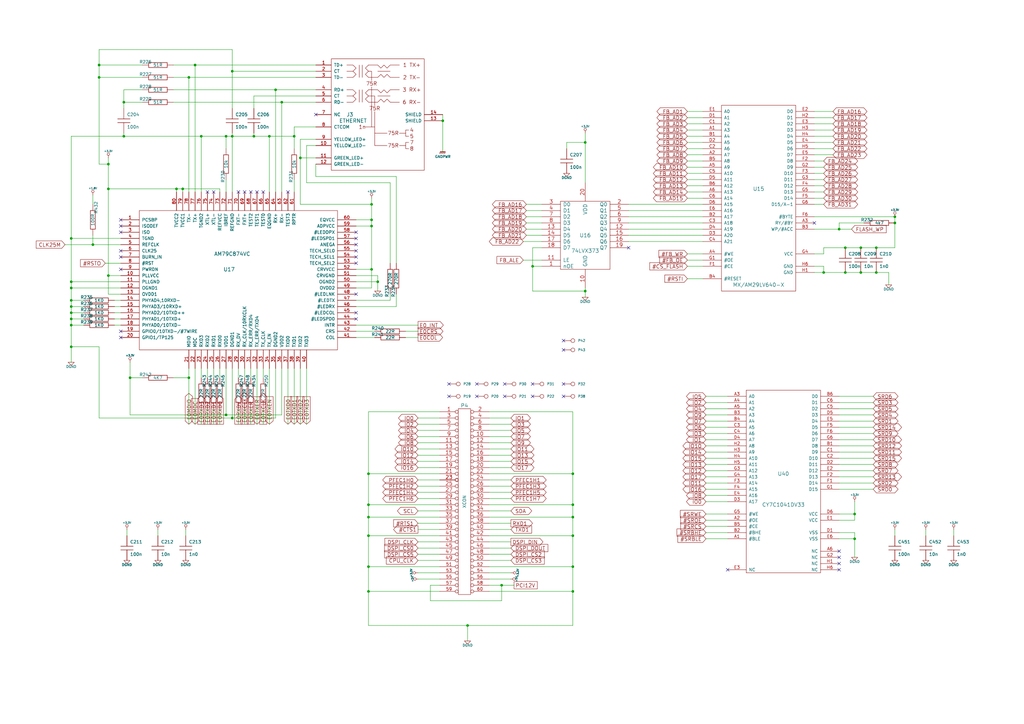
<source format=kicad_sch>
(kicad_sch (version 20230121) (generator eeschema)

  (uuid c25e2a2a-0f29-47e2-9cca-891290e0f03e)

  (paper "A3")

  (title_block
    (title "FireBee1 Projekt")
    (date "3 mar 2010")
    (rev "1.00")
    (company "MCS Aschwanden")
  )

  

  (junction (at 29.21 130.81) (diameter 0) (color 0 0 0 0)
    (uuid 04583b63-59e2-430e-b7ab-afaf5de2da17)
  )
  (junction (at 120.65 55.88) (diameter 0) (color 0 0 0 0)
    (uuid 065396ae-d3ea-4eed-8e63-f3e7022a7f5d)
  )
  (junction (at 181.61 49.53) (diameter 0) (color 0 0 0 0)
    (uuid 115d06ad-0430-4595-8724-2f5bab54027e)
  )
  (junction (at 77.47 31.75) (diameter 0) (color 0 0 0 0)
    (uuid 11b83eb6-c281-4872-97e8-40de91dc3d87)
  )
  (junction (at 50.8 41.91) (diameter 0) (color 0 0 0 0)
    (uuid 13c00669-cc41-44d2-b893-262d84e32daf)
  )
  (junction (at 77.47 154.94) (diameter 0) (color 0 0 0 0)
    (uuid 161f84cc-0ed0-4878-9ffc-5cbfbeeb252b)
  )
  (junction (at 151.13 219.71) (diameter 0) (color 0 0 0 0)
    (uuid 1ac86b89-2b2b-4831-b46f-fb8784023b10)
  )
  (junction (at 152.4 92.71) (diameter 0) (color 0 0 0 0)
    (uuid 1bbbcdf0-bec1-4633-bf4a-fd107240baea)
  )
  (junction (at 240.03 119.38) (diameter 0) (color 0 0 0 0)
    (uuid 2782a02f-8bb4-4955-bc4e-53d635750a88)
  )
  (junction (at 29.21 142.24) (diameter 0) (color 0 0 0 0)
    (uuid 3043ba1d-2bd6-4671-b8b7-37a477e2e7cd)
  )
  (junction (at 344.17 93.98) (diameter 0) (color 0 0 0 0)
    (uuid 34ee5f76-4837-47a0-9b92-bf3208b8f5d2)
  )
  (junction (at 152.4 110.49) (diameter 0) (color 0 0 0 0)
    (uuid 35b1f212-d667-4489-b485-b52b49a243d9)
  )
  (junction (at 29.21 118.11) (diameter 0) (color 0 0 0 0)
    (uuid 36783262-ec91-4e9f-9378-55cdce3823cb)
  )
  (junction (at 151.13 242.57) (diameter 0) (color 0 0 0 0)
    (uuid 387dc305-3b88-49b7-b018-6cef0022e6c0)
  )
  (junction (at 191.77 256.54) (diameter 0) (color 0 0 0 0)
    (uuid 3abaa977-ee15-4f0f-b6ef-6b9ade8353b6)
  )
  (junction (at 240.03 58.42) (diameter 0) (color 0 0 0 0)
    (uuid 3e21db97-e6b1-4353-b672-857ea07eff38)
  )
  (junction (at 40.64 31.75) (diameter 0) (color 0 0 0 0)
    (uuid 454bc4ed-c49e-4277-bb99-33e8ca9c2ab8)
  )
  (junction (at 29.21 115.57) (diameter 0) (color 0 0 0 0)
    (uuid 45af0a22-76de-431c-b9c5-4d3ea4ee5a2d)
  )
  (junction (at 92.71 170.18) (diameter 0) (color 0 0 0 0)
    (uuid 464a3aca-3692-4e73-ae44-54b9f7709cac)
  )
  (junction (at 123.19 64.77) (diameter 0) (color 0 0 0 0)
    (uuid 49bea7ba-aa73-4942-8d0b-43280e683d37)
  )
  (junction (at 234.95 212.09) (diameter 0) (color 0 0 0 0)
    (uuid 4a97442f-609c-477e-951a-281ef8838df6)
  )
  (junction (at 29.21 128.27) (diameter 0) (color 0 0 0 0)
    (uuid 4f137e37-3eac-4b6b-95d3-520b471f96ac)
  )
  (junction (at 82.55 55.88) (diameter 0) (color 0 0 0 0)
    (uuid 567a97c5-f43f-49ff-9c19-04ae1c731868)
  )
  (junction (at 72.39 77.47) (diameter 0) (color 0 0 0 0)
    (uuid 583d0796-8d78-4e32-b77d-f76d0d1dc026)
  )
  (junction (at 80.01 26.67) (diameter 0) (color 0 0 0 0)
    (uuid 59d22c71-77ee-4a1a-a5d8-28d2468c5c57)
  )
  (junction (at 205.74 240.03) (diameter 0) (color 0 0 0 0)
    (uuid 5b9e82d1-b543-410b-9783-d4d4ab37d1b7)
  )
  (junction (at 92.71 55.88) (diameter 0) (color 0 0 0 0)
    (uuid 6093795a-43e8-4cc3-84db-57e0e844dbc5)
  )
  (junction (at 74.93 77.47) (diameter 0) (color 0 0 0 0)
    (uuid 64ac2c50-e920-4cd2-bf4a-06d464cf2213)
  )
  (junction (at 29.21 123.19) (diameter 0) (color 0 0 0 0)
    (uuid 64e6bed7-2f6d-4aa5-b08f-c34e76291213)
  )
  (junction (at 346.71 111.76) (diameter 0) (color 0 0 0 0)
    (uuid 681882fa-98af-473d-a4cb-0b95dd83c7e8)
  )
  (junction (at 104.14 55.88) (diameter 0) (color 0 0 0 0)
    (uuid 6860ce66-a7f7-44f7-a413-a4ef9a05707f)
  )
  (junction (at 29.21 133.35) (diameter 0) (color 0 0 0 0)
    (uuid 6bce5ff8-5392-43a6-a09d-748ec368c7d5)
  )
  (junction (at 234.95 194.31) (diameter 0) (color 0 0 0 0)
    (uuid 6c19e400-67fb-4c24-aab0-3d12d717786c)
  )
  (junction (at 151.13 194.31) (diameter 0) (color 0 0 0 0)
    (uuid 71722753-bd2f-46e4-b611-274e2cd49faa)
  )
  (junction (at 151.13 212.09) (diameter 0) (color 0 0 0 0)
    (uuid 767e0264-b09d-417e-841d-e272b4a56382)
  )
  (junction (at 44.45 113.03) (diameter 0) (color 0 0 0 0)
    (uuid 7f584b60-b06f-45ac-99cd-00df1f2c5d90)
  )
  (junction (at 154.94 115.57) (diameter 0) (color 0 0 0 0)
    (uuid 80270f2c-0b67-4881-b83b-32c55f18d011)
  )
  (junction (at 359.41 101.6) (diameter 0) (color 0 0 0 0)
    (uuid 85fe2219-7a7a-44d4-9e12-f5180f6543de)
  )
  (junction (at 350.52 220.98) (diameter 0) (color 0 0 0 0)
    (uuid 87983587-fe26-4315-abd3-5c30b47186aa)
  )
  (junction (at 151.13 232.41) (diameter 0) (color 0 0 0 0)
    (uuid 8e41fe09-08e7-4caf-87a2-aaca1b8dfc33)
  )
  (junction (at 95.25 29.21) (diameter 0) (color 0 0 0 0)
    (uuid 8e508e32-9447-4432-beb0-8684bc1c7f6e)
  )
  (junction (at 353.06 101.6) (diameter 0) (color 0 0 0 0)
    (uuid 928925c3-019f-4444-8e7e-0a20750aa0c5)
  )
  (junction (at 95.25 171.45) (diameter 0) (color 0 0 0 0)
    (uuid 92c172fa-9d33-4cb1-b3ef-3b95765f7152)
  )
  (junction (at 350.52 210.82) (diameter 0) (color 0 0 0 0)
    (uuid 96a9afbc-bf79-4f07-9782-0ce4a1d10897)
  )
  (junction (at 115.57 41.91) (diameter 0) (color 0 0 0 0)
    (uuid 98b43230-a71b-4f65-987b-05d7308583be)
  )
  (junction (at 113.03 36.83) (diameter 0) (color 0 0 0 0)
    (uuid 9afea36e-07ba-45e6-9642-64346908de91)
  )
  (junction (at 152.4 83.82) (diameter 0) (color 0 0 0 0)
    (uuid 9d4deac1-0662-4185-845b-37f525cad019)
  )
  (junction (at 234.95 232.41) (diameter 0) (color 0 0 0 0)
    (uuid 9da1141b-2c9e-4424-9e6f-e20e97c9221c)
  )
  (junction (at 367.03 88.9) (diameter 0) (color 0 0 0 0)
    (uuid a306c2f8-5ef8-4e5d-8df1-1dbb5f511bb8)
  )
  (junction (at 346.71 101.6) (diameter 0) (color 0 0 0 0)
    (uuid ad3e058e-2b0a-4093-aee3-0b21c2333110)
  )
  (junction (at 234.95 242.57) (diameter 0) (color 0 0 0 0)
    (uuid adbc57d6-caf9-4a1d-944e-ed2e3577dcd8)
  )
  (junction (at 367.03 91.44) (diameter 0) (color 0 0 0 0)
    (uuid aeba879f-6bd1-4a33-a249-27da4afadd47)
  )
  (junction (at 234.95 207.01) (diameter 0) (color 0 0 0 0)
    (uuid bb30830e-3609-4183-b74c-7857514a35cc)
  )
  (junction (at 234.95 219.71) (diameter 0) (color 0 0 0 0)
    (uuid c6462054-d011-42ce-91b4-95decb606ccc)
  )
  (junction (at 353.06 111.76) (diameter 0) (color 0 0 0 0)
    (uuid c82f84d3-7ac1-438e-8d76-799476d38bda)
  )
  (junction (at 29.21 125.73) (diameter 0) (color 0 0 0 0)
    (uuid d052c381-239c-473d-9225-7a7f05b9abad)
  )
  (junction (at 359.41 111.76) (diameter 0) (color 0 0 0 0)
    (uuid dc87ef42-d7f9-433b-89c8-8eee079a127b)
  )
  (junction (at 53.34 154.94) (diameter 0) (color 0 0 0 0)
    (uuid df5fd171-08ea-444d-a7e6-bb2db12b3d0c)
  )
  (junction (at 29.21 97.79) (diameter 0) (color 0 0 0 0)
    (uuid e0287f20-27d1-42d3-9953-cdd7537d1e1b)
  )
  (junction (at 40.64 26.67) (diameter 0) (color 0 0 0 0)
    (uuid e121ac08-8526-4543-b7f9-eeac407beb5a)
  )
  (junction (at 218.44 109.22) (diameter 0) (color 0 0 0 0)
    (uuid e13b579a-ab2a-4c30-af27-41b5168a863c)
  )
  (junction (at 337.82 111.76) (diameter 0) (color 0 0 0 0)
    (uuid e15c3fdf-7cf5-460e-818d-71cb39ab4674)
  )
  (junction (at 50.8 55.88) (diameter 0) (color 0 0 0 0)
    (uuid e4729b8f-7ff4-4d7e-82b2-b13658709d96)
  )
  (junction (at 95.25 55.88) (diameter 0) (color 0 0 0 0)
    (uuid e7db771a-c13b-4196-8865-d669b25fd399)
  )
  (junction (at 110.49 55.88) (diameter 0) (color 0 0 0 0)
    (uuid f2bed127-cd43-4bb7-ad73-24ef28be28d1)
  )
  (junction (at 151.13 207.01) (diameter 0) (color 0 0 0 0)
    (uuid f3921b7e-90a4-402f-a5ed-97dbde59811f)
  )
  (junction (at 44.45 77.47) (diameter 0) (color 0 0 0 0)
    (uuid f75ff1e0-dc93-4645-831c-4d22c6e13571)
  )
  (junction (at 38.1 100.33) (diameter 0) (color 0 0 0 0)
    (uuid fb7184aa-9c4a-4164-827f-f68fdb9ea3b7)
  )
  (junction (at 152.4 90.17) (diameter 0) (color 0 0 0 0)
    (uuid fbf5c0f9-2f14-4781-b099-4bdc6764b181)
  )
  (junction (at 44.45 67.31) (diameter 0) (color 0 0 0 0)
    (uuid fcb7fd6e-9512-49bb-9c63-14cd5e61eef8)
  )

  (no_connect (at 231.14 139.7) (uuid 05345dbc-24af-417e-855a-3986aa63f627))
  (no_connect (at 207.01 162.56) (uuid 059a8f68-62ea-4688-a5bd-2190f50a662d))
  (no_connect (at 344.17 226.06) (uuid 07d3cd6c-a5f5-42e9-9782-f9cac0ea80e0))
  (no_connect (at 129.54 46.99) (uuid 0a522119-8d69-464c-ad34-85877ef51db8))
  (no_connect (at 207.01 157.48) (uuid 1735d211-dd4f-4297-8d24-5e107c1e046c))
  (no_connect (at 184.15 157.48) (uuid 184837b9-160e-4b86-b7ff-2f51b1f2f0ec))
  (no_connect (at 146.05 130.81) (uuid 1a6c41e1-75c1-4f5c-b9eb-75352e884bf1))
  (no_connect (at 184.15 162.56) (uuid 1c5aaa0f-012d-4938-ae66-23905657005d))
  (no_connect (at 146.05 102.87) (uuid 241492ab-8f81-4c84-b600-625d89755292))
  (no_connect (at 146.05 105.41) (uuid 2b7d8402-69f2-4f28-8156-685a05c62233))
  (no_connect (at 146.05 100.33) (uuid 33dfdd6a-410f-4b2e-9dc5-e503a387c12e))
  (no_connect (at 107.95 78.74) (uuid 395e2a61-1359-4834-9da9-bc14b73b0244))
  (no_connect (at 49.53 135.89) (uuid 3d6eed4b-110a-4fdd-aad6-dfa9356373d3))
  (no_connect (at 105.41 78.74) (uuid 3d7f71b2-58e2-4022-9a2b-34a980f1400b))
  (no_connect (at 146.05 95.25) (uuid 4ca30758-7871-4456-bf58-eff84ecf57c3))
  (no_connect (at 97.79 78.74) (uuid 57f65c10-449b-4011-8e2a-2fc81d1f2c67))
  (no_connect (at 49.53 90.17) (uuid 64d109dd-8b5b-41c1-9ac3-d4121502b755))
  (no_connect (at 85.09 78.74) (uuid 69c714be-f8a2-4d1a-9ced-b1a4707806e3))
  (no_connect (at 344.17 228.6) (uuid 6d2e02d7-0913-4554-9e6e-5b870ad98723))
  (no_connect (at 49.53 138.43) (uuid 729d1266-cfd6-400e-9b7e-34f6f199e139))
  (no_connect (at 87.63 78.74) (uuid 865ceb22-26d8-4fa6-86f2-37f3d03a1aa9))
  (no_connect (at 49.53 110.49) (uuid 8aefd9dc-4ccd-4bfe-ad2a-95a70f21c871))
  (no_connect (at 146.05 120.65) (uuid 8ed7ca74-d9e2-47bc-94e8-f89d6a14d73b))
  (no_connect (at 195.58 162.56) (uuid 8f8f65a4-fc42-4116-862b-c987891f763f))
  (no_connect (at 231.14 157.48) (uuid 9bb2f166-2b54-4e98-b098-b4a0feea47f4))
  (no_connect (at 257.81 101.6) (uuid 9be79c93-cb57-4872-b7e9-e29072da2920))
  (no_connect (at 218.44 162.56) (uuid 9db8f595-04c9-4141-959b-31a407184107))
  (no_connect (at 231.14 143.51) (uuid 9e9dd401-38d7-45a6-8d25-d01b09880edf))
  (no_connect (at 49.53 95.25) (uuid a21124da-37e0-4c34-9419-c8ce9b969953))
  (no_connect (at 49.53 92.71) (uuid a307c1a2-b1cc-4182-bbdd-a43dc0185354))
  (no_connect (at 146.05 107.95) (uuid a7bce1a3-d030-4225-960d-71d6e39ac379))
  (no_connect (at 146.05 97.79) (uuid ae74a9a2-3407-4d93-96c1-f4dbc7bfdeea))
  (no_connect (at 49.53 102.87) (uuid b2f0eb2c-16aa-49f7-9959-1efbf12964ae))
  (no_connect (at 102.87 78.74) (uuid bc782439-d7fa-43ec-bee3-cf22c93da786))
  (no_connect (at 146.05 128.27) (uuid c2f08956-cfe4-41a8-95c3-d85ddafade2a))
  (no_connect (at 334.01 91.44) (uuid ccec3eb0-78ab-4ea2-ad9d-468a786028ea))
  (no_connect (at 298.45 233.68) (uuid d4e23370-6fae-4ad0-a4cf-a50b77b11372))
  (no_connect (at 100.33 78.74) (uuid d90d86b9-a78d-4884-8e0a-cbaec487d03f))
  (no_connect (at 218.44 157.48) (uuid e027c72f-e645-4604-8f43-a4c6e1ca6278))
  (no_connect (at 195.58 157.48) (uuid e3644ae5-c426-46f3-8b0b-f345a14ec587))
  (no_connect (at 344.17 231.14) (uuid f216b956-f5b1-4fc3-a0ce-c4e5020b48b6))
  (no_connect (at 344.17 233.68) (uuid f4c88243-27e1-423e-b826-2b2ae420ab2f))
  (no_connect (at 49.53 105.41) (uuid fa3ead9b-7d45-4f6d-917c-60284ccf1251))
  (no_connect (at 231.14 162.56) (uuid facbf340-29c2-41f8-8433-2b5bd1c19548))
  (no_connect (at 118.11 78.74) (uuid fad33413-d141-438c-b88f-1617d0637e6a))

  (wire (pts (xy 234.95 219.71) (xy 200.66 219.71))
    (stroke (width 0) (type default))
    (uuid 0048499c-84db-400e-95b9-32b8770bc851)
  )
  (wire (pts (xy 77.47 31.75) (xy 71.12 31.75))
    (stroke (width 0) (type default))
    (uuid 0054f9ce-a1ff-43f9-8249-9f0e2a93d05b)
  )
  (wire (pts (xy 146.05 115.57) (xy 154.94 115.57))
    (stroke (width 0) (type default))
    (uuid 0119d537-5b18-4c38-95f1-a0c15dc57ce1)
  )
  (wire (pts (xy 344.17 210.82) (xy 350.52 210.82))
    (stroke (width 0) (type default))
    (uuid 013bc51d-ede2-4939-a3d6-1b2fb98cdbdd)
  )
  (wire (pts (xy 240.03 119.38) (xy 240.03 118.11))
    (stroke (width 0) (type default))
    (uuid 0361de82-a3e2-410b-b0e7-b1d3285d1196)
  )
  (wire (pts (xy 391.16 217.17) (xy 391.16 219.71))
    (stroke (width 0) (type default))
    (uuid 037d6e43-f353-4fb3-886e-1ac3c53c152d)
  )
  (wire (pts (xy 232.41 58.42) (xy 240.03 58.42))
    (stroke (width 0) (type default))
    (uuid 03a4a15d-21e9-4431-9400-473c94986da8)
  )
  (wire (pts (xy 118.11 151.13) (xy 118.11 173.99))
    (stroke (width 0) (type default))
    (uuid 05e8e4e8-e87d-4590-98c9-5ef25ee1d135)
  )
  (wire (pts (xy 154.94 113.03) (xy 146.05 113.03))
    (stroke (width 0) (type default))
    (uuid 07a59a14-ac16-4ae5-9674-94dbdf7db992)
  )
  (wire (pts (xy 162.56 72.39) (xy 129.54 72.39))
    (stroke (width 0) (type default))
    (uuid 08e09cf5-89fe-476b-aad7-8410ff8f58a9)
  )
  (wire (pts (xy 104.14 55.88) (xy 110.49 55.88))
    (stroke (width 0) (type default))
    (uuid 09495f40-a460-4e68-afb1-510150183201)
  )
  (wire (pts (xy 95.25 55.88) (xy 95.25 54.61))
    (stroke (width 0) (type default))
    (uuid 094e406f-bfb1-4e37-b6d4-cb732e1788e8)
  )
  (wire (pts (xy 289.56 195.58) (xy 298.45 195.58))
    (stroke (width 0) (type default))
    (uuid 09c98192-db9c-4662-874a-fc3d6739265c)
  )
  (wire (pts (xy 281.94 60.96) (xy 288.29 60.96))
    (stroke (width 0) (type default))
    (uuid 09d83fb2-e82d-430e-a8f8-09cd0ccdad63)
  )
  (wire (pts (xy 209.55 209.55) (xy 200.66 209.55))
    (stroke (width 0) (type default))
    (uuid 0a5fca37-4ca1-43b4-9313-d3963365609d)
  )
  (wire (pts (xy 64.77 217.17) (xy 64.77 219.71))
    (stroke (width 0) (type default))
    (uuid 0a9cbf28-f5ae-4d1f-a95d-c4c65ef76283)
  )
  (wire (pts (xy 29.21 128.27) (xy 29.21 125.73))
    (stroke (width 0) (type default))
    (uuid 0ae5b2ab-e509-48c6-a5ac-f3de27eda41f)
  )
  (wire (pts (xy 289.56 172.72) (xy 298.45 172.72))
    (stroke (width 0) (type default))
    (uuid 0b288c9c-9590-4806-b29e-8676fbddaede)
  )
  (wire (pts (xy 52.07 217.17) (xy 52.07 219.71))
    (stroke (width 0) (type default))
    (uuid 0bc91dc2-54e2-4083-a503-44b285b9776d)
  )
  (wire (pts (xy 92.71 151.13) (xy 92.71 170.18))
    (stroke (width 0) (type default))
    (uuid 0bf394e9-036b-4c56-926b-66e61653ba15)
  )
  (wire (pts (xy 344.17 220.98) (xy 350.52 220.98))
    (stroke (width 0) (type default))
    (uuid 0c4f45b2-6625-472f-9784-6a16c53b7d17)
  )
  (wire (pts (xy 334.01 58.42) (xy 341.63 58.42))
    (stroke (width 0) (type default))
    (uuid 0e74d66d-c10b-40ab-bb95-f3b92629a8e2)
  )
  (wire (pts (xy 222.25 93.98) (xy 215.9 93.98))
    (stroke (width 0) (type default))
    (uuid 0ef87c4e-607c-4c57-ad59-dc41f0d5e22e)
  )
  (wire (pts (xy 58.42 41.91) (xy 50.8 41.91))
    (stroke (width 0) (type default))
    (uuid 0f7842e7-8eb9-46a6-8707-dde0ad6c71d2)
  )
  (wire (pts (xy 58.42 154.94) (xy 53.34 154.94))
    (stroke (width 0) (type default))
    (uuid 0f79cf17-59e7-47c9-bc2a-752e9dfbc8a3)
  )
  (wire (pts (xy 234.95 242.57) (xy 234.95 256.54))
    (stroke (width 0) (type default))
    (uuid 0fe5f05f-b689-401e-b848-3c69a62140fb)
  )
  (wire (pts (xy 49.53 125.73) (xy 46.99 125.73))
    (stroke (width 0) (type default))
    (uuid 1052f664-399d-4afb-8cfc-5972ae03c118)
  )
  (wire (pts (xy 209.55 224.79) (xy 200.66 224.79))
    (stroke (width 0) (type default))
    (uuid 114e84c8-8d16-4280-a40e-a7fea988a917)
  )
  (wire (pts (xy 80.01 26.67) (xy 71.12 26.67))
    (stroke (width 0) (type default))
    (uuid 11e6584d-b873-4fec-bdba-9812d6987238)
  )
  (wire (pts (xy 151.13 207.01) (xy 151.13 212.09))
    (stroke (width 0) (type default))
    (uuid 120bd9b9-8af0-4676-80e8-0883c7fb546c)
  )
  (wire (pts (xy 344.17 182.88) (xy 358.14 182.88))
    (stroke (width 0) (type default))
    (uuid 12ac4efb-4b5b-4ee1-af29-b9056e1e6ae8)
  )
  (wire (pts (xy 29.21 97.79) (xy 29.21 55.88))
    (stroke (width 0) (type default))
    (uuid 12f59376-c526-4916-9a9b-f40599bae05d)
  )
  (wire (pts (xy 151.13 207.01) (xy 180.34 207.01))
    (stroke (width 0) (type default))
    (uuid 130f9010-4128-4ac7-abb4-5096b6899b43)
  )
  (wire (pts (xy 257.81 86.36) (xy 288.29 86.36))
    (stroke (width 0) (type default))
    (uuid 1320974f-dfe9-49c2-bff5-85bdcf7f8671)
  )
  (wire (pts (xy 209.55 191.77) (xy 200.66 191.77))
    (stroke (width 0) (type default))
    (uuid 1346dcd0-96d0-4777-b1eb-c2794f70244b)
  )
  (wire (pts (xy 180.34 229.87) (xy 171.45 229.87))
    (stroke (width 0) (type default))
    (uuid 135ccd1b-a277-492e-97b9-a9c96fbad1d0)
  )
  (wire (pts (xy 281.94 81.28) (xy 288.29 81.28))
    (stroke (width 0) (type default))
    (uuid 146cca57-2ffc-4bb8-96ff-b9c35e6880d3)
  )
  (wire (pts (xy 334.01 66.04) (xy 337.82 66.04))
    (stroke (width 0) (type default))
    (uuid 14ff6e56-f30c-48fb-a1f1-ef169b3dd9f7)
  )
  (wire (pts (xy 222.25 86.36) (xy 215.9 86.36))
    (stroke (width 0) (type default))
    (uuid 1596b63a-08b8-4d38-8cf1-4d16f11efc98)
  )
  (wire (pts (xy 38.1 96.52) (xy 38.1 100.33))
    (stroke (width 0) (type default))
    (uuid 16d87234-0887-4cda-bfe4-40d9c196eea8)
  )
  (wire (pts (xy 222.25 96.52) (xy 215.9 96.52))
    (stroke (width 0) (type default))
    (uuid 172426ce-e439-4244-b357-c7103a2f34c2)
  )
  (wire (pts (xy 160.02 120.65) (xy 160.02 123.19))
    (stroke (width 0) (type default))
    (uuid 182de87b-9724-4604-81c5-c5855812d791)
  )
  (wire (pts (xy 113.03 171.45) (xy 113.03 151.13))
    (stroke (width 0) (type default))
    (uuid 185fe111-b88f-4dd1-8250-ba93ba89879c)
  )
  (wire (pts (xy 337.82 78.74) (xy 334.01 78.74))
    (stroke (width 0) (type default))
    (uuid 19b2ff99-8e76-4129-aad3-70c4a688fcbf)
  )
  (wire (pts (xy 152.4 83.82) (xy 152.4 81.28))
    (stroke (width 0) (type default))
    (uuid 19f2b809-fa5e-44a5-8a89-cb0b2ceb98c6)
  )
  (wire (pts (xy 344.17 193.04) (xy 358.14 193.04))
    (stroke (width 0) (type default))
    (uuid 1a2cbdf7-676b-43ed-bc0c-d21f080470f0)
  )
  (wire (pts (xy 346.71 111.76) (xy 337.82 111.76))
    (stroke (width 0) (type default))
    (uuid 1a30810a-757b-43b9-b9c1-46a11450d17f)
  )
  (wire (pts (xy 288.29 53.34) (xy 281.94 53.34))
    (stroke (width 0) (type default))
    (uuid 1b4ecb30-29b0-40b9-b1a4-870905c53058)
  )
  (wire (pts (xy 123.19 57.15) (xy 123.19 64.77))
    (stroke (width 0) (type default))
    (uuid 1b94c413-e9da-4b99-861c-8c2d8574b4d0)
  )
  (wire (pts (xy 120.65 73.66) (xy 120.65 78.74))
    (stroke (width 0) (type default))
    (uuid 1b95e2c3-88d9-4268-a12c-6586e17076e0)
  )
  (wire (pts (xy 160.02 107.95) (xy 160.02 74.93))
    (stroke (width 0) (type default))
    (uuid 1bc14936-163b-43ec-bb8a-166dff568849)
  )
  (wire (pts (xy 222.25 83.82) (xy 215.9 83.82))
    (stroke (width 0) (type default))
    (uuid 1c5d8e69-dbbc-479c-9db4-8b09d714c03e)
  )
  (wire (pts (xy 129.54 41.91) (xy 115.57 41.91))
    (stroke (width 0) (type default))
    (uuid 1dc97839-8a7d-4ab3-8b58-bec9c108e2e6)
  )
  (wire (pts (xy 44.45 77.47) (xy 72.39 77.47))
    (stroke (width 0) (type default))
    (uuid 1ddab8b6-d2ed-40ec-8b5b-10e9b3a654ae)
  )
  (wire (pts (xy 364.49 116.84) (xy 364.49 111.76))
    (stroke (width 0) (type default))
    (uuid 207251f0-0b33-4a80-a69f-a263952a7f3e)
  )
  (wire (pts (xy 152.4 90.17) (xy 152.4 83.82))
    (stroke (width 0) (type default))
    (uuid 20c139fd-194b-4758-91a1-118ca0d9f358)
  )
  (wire (pts (xy 44.45 120.65) (xy 49.53 120.65))
    (stroke (width 0) (type default))
    (uuid 215f0374-7f0a-4a89-bfc3-7db65689bd78)
  )
  (wire (pts (xy 125.73 59.69) (xy 125.73 74.93))
    (stroke (width 0) (type default))
    (uuid 217589a9-f6e3-4f61-97d9-3ed781576666)
  )
  (wire (pts (xy 49.53 107.95) (xy 43.18 107.95))
    (stroke (width 0) (type default))
    (uuid 231316ca-1fe6-4099-b97c-cae66a1e9f70)
  )
  (wire (pts (xy 180.34 234.95) (xy 171.45 234.95))
    (stroke (width 0) (type default))
    (uuid 2349a5e1-99db-492b-9381-3644cbb10b3b)
  )
  (wire (pts (xy 180.34 186.69) (xy 171.45 186.69))
    (stroke (width 0) (type default))
    (uuid 23ad55e5-d586-44ad-a2a5-f5380f088e2b)
  )
  (wire (pts (xy 298.45 190.5) (xy 289.56 190.5))
    (stroke (width 0) (type default))
    (uuid 23e976cc-3c29-4bad-a084-085ea57f1067)
  )
  (wire (pts (xy 379.73 217.17) (xy 379.73 219.71))
    (stroke (width 0) (type default))
    (uuid 24657b1e-7410-4f23-b9d8-908bcd74d9a9)
  )
  (wire (pts (xy 58.42 26.67) (xy 40.64 26.67))
    (stroke (width 0) (type default))
    (uuid 247a7165-7b8d-43c6-b438-7671fdc2fa76)
  )
  (wire (pts (xy 234.95 232.41) (xy 234.95 242.57))
    (stroke (width 0) (type default))
    (uuid 25754967-412d-4a37-add6-d0fdb87ebf24)
  )
  (wire (pts (xy 337.82 68.58) (xy 334.01 68.58))
    (stroke (width 0) (type default))
    (uuid 2885e055-c164-4c04-a904-089c5f31511f)
  )
  (wire (pts (xy 113.03 78.74) (xy 113.03 36.83))
    (stroke (width 0) (type default))
    (uuid 29a7f6e7-35aa-4bc9-b1a8-e7ddf595abf0)
  )
  (wire (pts (xy 82.55 173.99) (xy 82.55 167.64))
    (stroke (width 0) (type default))
    (uuid 29f3b82b-6753-40bd-8720-dfc1cf175be5)
  )
  (wire (pts (xy 180.34 176.53) (xy 171.45 176.53))
    (stroke (width 0) (type default))
    (uuid 2a5c04ee-463f-4be0-9c7a-aa234ba9bfa1)
  )
  (wire (pts (xy 154.94 115.57) (xy 154.94 113.03))
    (stroke (width 0) (type default))
    (uuid 2c83bdc3-d1c9-49bd-aba6-77c0d324adc6)
  )
  (wire (pts (xy 288.29 68.58) (xy 281.94 68.58))
    (stroke (width 0) (type default))
    (uuid 2ca88282-4fde-4409-bcac-a43606a0fc07)
  )
  (wire (pts (xy 97.79 154.94) (xy 97.79 151.13))
    (stroke (width 0) (type default))
    (uuid 2d4a39ad-57bf-4876-9ee9-11f3e648f993)
  )
  (wire (pts (xy 77.47 151.13) (xy 77.47 154.94))
    (stroke (width 0) (type default))
    (uuid 2da8dd65-3a8d-4c2c-9d4a-4c01989fb172)
  )
  (wire (pts (xy 334.01 50.8) (xy 341.63 50.8))
    (stroke (width 0) (type default))
    (uuid 2e97ece1-3fc1-4bb9-956d-b233ee1a8415)
  )
  (wire (pts (xy 29.21 128.27) (xy 34.29 128.27))
    (stroke (width 0) (type default))
    (uuid 30f45692-994e-46b7-9e9b-73b8c92aada9)
  )
  (wire (pts (xy 180.34 217.17) (xy 171.45 217.17))
    (stroke (width 0) (type default))
    (uuid 337f83b3-a4e7-48e5-89d3-e1bd59173855)
  )
  (wire (pts (xy 200.66 242.57) (xy 234.95 242.57))
    (stroke (width 0) (type default))
    (uuid 33b8544f-518a-4212-8f89-b3d84964a3c8)
  )
  (wire (pts (xy 53.34 170.18) (xy 92.71 170.18))
    (stroke (width 0) (type default))
    (uuid 35ce59a7-b7a6-45fe-9dad-7db8b05f8ae7)
  )
  (wire (pts (xy 92.71 55.88) (xy 92.71 60.96))
    (stroke (width 0) (type default))
    (uuid 35e57291-1e1a-45b4-9e1a-a8f714cc01c0)
  )
  (wire (pts (xy 358.14 190.5) (xy 344.17 190.5))
    (stroke (width 0) (type default))
    (uuid 36b87e46-99e3-45a4-897b-30216e1f7355)
  )
  (wire (pts (xy 288.29 48.26) (xy 281.94 48.26))
    (stroke (width 0) (type default))
    (uuid 370ec207-6028-44fa-bfc6-f50fa98ac767)
  )
  (wire (pts (xy 214.63 106.68) (xy 222.25 106.68))
    (stroke (width 0) (type default))
    (uuid 380dd16d-43bf-4611-8614-ff8bab7e2202)
  )
  (wire (pts (xy 72.39 77.47) (xy 74.93 77.47))
    (stroke (width 0) (type default))
    (uuid 3a9ea7e5-a69e-41a6-92df-87f9b8918fca)
  )
  (wire (pts (xy 180.34 201.93) (xy 171.45 201.93))
    (stroke (width 0) (type default))
    (uuid 3afb4b48-db3e-491b-914c-59d068eba4f3)
  )
  (wire (pts (xy 40.64 171.45) (xy 40.64 142.24))
    (stroke (width 0) (type default))
    (uuid 3c1fbd1d-235e-43c2-bab9-e1a447bab5c8)
  )
  (wire (pts (xy 100.33 167.64) (xy 100.33 173.99))
    (stroke (width 0) (type default))
    (uuid 3c208f5b-2b63-485a-af9d-65e4db30c653)
  )
  (wire (pts (xy 120.65 55.88) (xy 120.65 52.07))
    (stroke (width 0) (type default))
    (uuid 3ce4fef0-9a37-4ef0-9a2e-6ce36e1cb18f)
  )
  (wire (pts (xy 40.64 26.67) (xy 40.64 31.75))
    (stroke (width 0) (type default))
    (uuid 3d9fd723-0f39-44ba-8a09-773df4d724ec)
  )
  (wire (pts (xy 87.63 154.94) (xy 87.63 151.13))
    (stroke (width 0) (type default))
    (uuid 3edd8101-1657-4f4d-bec9-bc83f23e8bde)
  )
  (wire (pts (xy 146.05 135.89) (xy 153.67 135.89))
    (stroke (width 0) (type default))
    (uuid 3fc7aa7a-f624-421a-9cc5-531183c30255)
  )
  (wire (pts (xy 281.94 50.8) (xy 288.29 50.8))
    (stroke (width 0) (type default))
    (uuid 3fd4edc4-407f-49c3-b6c8-d56641754259)
  )
  (wire (pts (xy 162.56 72.39) (xy 162.56 107.95))
    (stroke (width 0) (type default))
    (uuid 3ffe551c-1162-45d3-a316-d3fbc33bd93b)
  )
  (wire (pts (xy 85.09 151.13) (xy 85.09 154.94))
    (stroke (width 0) (type default))
    (uuid 4011d8af-eabd-4a32-a8e3-6ca1fd3af0f5)
  )
  (wire (pts (xy 180.34 237.49) (xy 171.45 237.49))
    (stroke (width 0) (type default))
    (uuid 40510f43-c0e6-4fb6-9cdc-cfc8cf86d66b)
  )
  (wire (pts (xy 29.21 123.19) (xy 29.21 118.11))
    (stroke (width 0) (type default))
    (uuid 40ef7a49-6e66-4388-a2be-328c4736a4ee)
  )
  (wire (pts (xy 281.94 76.2) (xy 288.29 76.2))
    (stroke (width 0) (type default))
    (uuid 436d020d-5acd-4e41-8c7c-1de5644ef572)
  )
  (wire (pts (xy 240.03 58.42) (xy 240.03 54.61))
    (stroke (width 0) (type default))
    (uuid 43ef234c-4fe9-42a1-9b5d-d012613c8ea9)
  )
  (wire (pts (xy 209.55 189.23) (xy 200.66 189.23))
    (stroke (width 0) (type default))
    (uuid 4593077a-4860-4d53-82c5-e10e65a2ccbd)
  )
  (wire (pts (xy 120.65 52.07) (xy 129.54 52.07))
    (stroke (width 0) (type default))
    (uuid 45e20b46-1fce-4ae7-bbf6-c9728bb51acb)
  )
  (wire (pts (xy 353.06 111.76) (xy 346.71 111.76))
    (stroke (width 0) (type default))
    (uuid 479dc785-b95a-446d-885f-27241f317707)
  )
  (wire (pts (xy 46.99 133.35) (xy 49.53 133.35))
    (stroke (width 0) (type default))
    (uuid 47da7877-4755-418d-b6c6-0b6091e972bd)
  )
  (wire (pts (xy 171.45 135.89) (xy 166.37 135.89))
    (stroke (width 0) (type default))
    (uuid 47e7b08d-c13d-4521-a5a9-8234b8a28453)
  )
  (wire (pts (xy 349.25 93.98) (xy 344.17 93.98))
    (stroke (width 0) (type default))
    (uuid 48407f3a-acb5-4d57-a82f-a5d1fa14175d)
  )
  (wire (pts (xy 29.21 125.73) (xy 29.21 123.19))
    (stroke (width 0) (type default))
    (uuid 4906a241-2338-4e38-bd63-6c7efdfb819a)
  )
  (wire (pts (xy 298.45 213.36) (xy 289.56 213.36))
    (stroke (width 0) (type default))
    (uuid 496cda77-e90c-47dd-96a9-0a84af3795e1)
  )
  (wire (pts (xy 44.45 77.47) (xy 44.45 113.03))
    (stroke (width 0) (type default))
    (uuid 4989bc4a-c5b1-4878-a2f1-1504b2570835)
  )
  (wire (pts (xy 346.71 101.6) (xy 353.06 101.6))
    (stroke (width 0) (type default))
    (uuid 49eb03f7-6ec4-480a-9887-04a88b233314)
  )
  (wire (pts (xy 44.45 67.31) (xy 44.45 77.47))
    (stroke (width 0) (type default))
    (uuid 49fd0f13-84cb-4685-850d-a8e4608f4254)
  )
  (wire (pts (xy 82.55 55.88) (xy 92.71 55.88))
    (stroke (width 0) (type default))
    (uuid 4b03e1ba-8324-418e-94e6-d618788615c6)
  )
  (wire (pts (xy 49.53 130.81) (xy 46.99 130.81))
    (stroke (width 0) (type default))
    (uuid 4b92d83e-96f0-48cf-abe0-99a4a0ed09a4)
  )
  (wire (pts (xy 180.34 199.39) (xy 171.45 199.39))
    (stroke (width 0) (type default))
    (uuid 4c2869dd-ed16-4e6f-8515-57a6f1c200dc)
  )
  (wire (pts (xy 53.34 148.59) (xy 53.34 154.94))
    (stroke (width 0) (type default))
    (uuid 4c57d1df-6b61-4892-9f72-47b4ee0b0a1f)
  )
  (wire (pts (xy 110.49 55.88) (xy 110.49 78.74))
    (stroke (width 0) (type default))
    (uuid 4cbdccc8-d138-4565-b176-2db4420faa1a)
  )
  (wire (pts (xy 257.81 99.06) (xy 288.29 99.06))
    (stroke (width 0) (type default))
    (uuid 4cf08290-7701-4bb6-8d7b-8a23c2ffafab)
  )
  (wire (pts (xy 334.01 109.22) (xy 337.82 109.22))
    (stroke (width 0) (type default))
    (uuid 4d05df91-a77c-455c-b16d-3b2f76314d09)
  )
  (wire (pts (xy 77.47 154.94) (xy 77.47 173.99))
    (stroke (width 0) (type default))
    (uuid 4d6d3f69-e4f7-4cca-944a-1ad68c664e0c)
  )
  (wire (pts (xy 334.01 55.88) (xy 341.63 55.88))
    (stroke (width 0) (type default))
    (uuid 4dbab7ec-11e3-4a3d-95fd-c5e59f2f4bc8)
  )
  (wire (pts (xy 209.55 237.49) (xy 200.66 237.49))
    (stroke (width 0) (type default))
    (uuid 4fa47bb0-c57e-480f-a7cd-513651864121)
  )
  (wire (pts (xy 29.21 118.11) (xy 29.21 115.57))
    (stroke (width 0) (type default))
    (uuid 4fa4f6f2-d965-4f2d-881c-4e60bd381795)
  )
  (wire (pts (xy 232.41 60.96) (xy 232.41 58.42))
    (stroke (width 0) (type default))
    (uuid 4fc2276e-d57d-4c10-b1de-ac029cad651b)
  )
  (wire (pts (xy 71.12 154.94) (xy 77.47 154.94))
    (stroke (width 0) (type default))
    (uuid 4fe0b16d-6a76-4292-96cb-c9c82dae41ad)
  )
  (wire (pts (xy 40.64 171.45) (xy 95.25 171.45))
    (stroke (width 0) (type default))
    (uuid 5114833f-cc7c-4fc8-8634-17d8cbf52f73)
  )
  (wire (pts (xy 180.34 184.15) (xy 171.45 184.15))
    (stroke (width 0) (type default))
    (uuid 52680ea9-6fa6-46dc-897c-d4f533a65e35)
  )
  (wire (pts (xy 209.55 227.33) (xy 200.66 227.33))
    (stroke (width 0) (type default))
    (uuid 52f36c3c-2061-49f2-8309-81ba1b9ebba1)
  )
  (wire (pts (xy 289.56 205.74) (xy 298.45 205.74))
    (stroke (width 0) (type default))
    (uuid 53a95147-da65-4b7f-88b9-ad919edca4d1)
  )
  (wire (pts (xy 151.13 212.09) (xy 151.13 219.71))
    (stroke (width 0) (type default))
    (uuid 53cec3e7-3530-481a-ac77-deb0fc783580)
  )
  (wire (pts (xy 257.81 91.44) (xy 288.29 91.44))
    (stroke (width 0) (type default))
    (uuid 54e79c3f-5a9c-43d4-9e2e-147dbfc54bbb)
  )
  (wire (pts (xy 29.21 133.35) (xy 29.21 130.81))
    (stroke (width 0) (type default))
    (uuid 5536d742-a855-4010-8fe9-b6a324108109)
  )
  (wire (pts (xy 123.19 83.82) (xy 152.4 83.82))
    (stroke (width 0) (type default))
    (uuid 55f6d2a3-9b99-4178-8cab-14bf7b8c1e40)
  )
  (wire (pts (xy 104.14 44.45) (xy 104.14 39.37))
    (stroke (width 0) (type default))
    (uuid 55fa2d79-6673-4b3c-898a-a49b6a2c1336)
  )
  (wire (pts (xy 29.21 118.11) (xy 49.53 118.11))
    (stroke (width 0) (type default))
    (uuid 5772a315-2356-43d3-b20f-b6620496f204)
  )
  (wire (pts (xy 180.34 196.85) (xy 171.45 196.85))
    (stroke (width 0) (type default))
    (uuid 583636d0-b6d3-4ee0-a392-e74b65d9ee7d)
  )
  (wire (pts (xy 344.17 167.64) (xy 358.14 167.64))
    (stroke (width 0) (type default))
    (uuid 5891d693-1547-4a1b-b049-d2f17248f309)
  )
  (wire (pts (xy 95.25 78.74) (xy 95.25 55.88))
    (stroke (width 0) (type default))
    (uuid 59da9870-e1c3-4c3d-bf5f-3992969b80a5)
  )
  (wire (pts (xy 367.03 91.44) (xy 367.03 88.9))
    (stroke (width 0) (type default))
    (uuid 5b457cab-df1c-46a5-b248-27c2a149bbe7)
  )
  (wire (pts (xy 350.52 220.98) (xy 350.52 228.6))
    (stroke (width 0) (type default))
    (uuid 5cf2d9ca-7569-444e-baa1-4fecc4c4f8d1)
  )
  (wire (pts (xy 200.66 240.03) (xy 205.74 240.03))
    (stroke (width 0) (type default))
    (uuid 6002d1c1-fe62-4895-9ba8-bd68a2a6d0f9)
  )
  (wire (pts (xy 234.95 207.01) (xy 200.66 207.01))
    (stroke (width 0) (type default))
    (uuid 6052af94-e980-49e2-9517-5b6eaf39dc03)
  )
  (wire (pts (xy 209.55 222.25) (xy 200.66 222.25))
    (stroke (width 0) (type default))
    (uuid 6089c39e-e31c-44e9-bc93-74af09c0d5df)
  )
  (wire (pts (xy 151.13 212.09) (xy 180.34 212.09))
    (stroke (width 0) (type default))
    (uuid 60ce709d-d659-4fbf-bfc0-9d621b90e8b7)
  )
  (wire (pts (xy 350.52 205.74) (xy 350.52 210.82))
    (stroke (width 0) (type default))
    (uuid 60d34aa1-bdb2-4fb0-9e2e-b4184b274d5e)
  )
  (wire (pts (xy 289.56 175.26) (xy 298.45 175.26))
    (stroke (width 0) (type default))
    (uuid 614975fb-fb52-4030-bd65-5e1b048c7f25)
  )
  (wire (pts (xy 115.57 170.18) (xy 115.57 151.13))
    (stroke (width 0) (type default))
    (uuid 61a493fe-0a2e-4ca5-87f6-d347ecd50e0d)
  )
  (wire (pts (xy 95.25 44.45) (xy 95.25 29.21))
    (stroke (width 0) (type default))
    (uuid 6264aa21-6094-4eb5-a600-cea41791048b)
  )
  (wire (pts (xy 29.21 142.24) (xy 29.21 133.35))
    (stroke (width 0) (type default))
    (uuid 630576bc-13ea-4d82-89f8-6dde42ebef83)
  )
  (wire (pts (xy 289.56 198.12) (xy 298.45 198.12))
    (stroke (width 0) (type default))
    (uuid 63195cfe-4853-470a-a0b8-e0420db2fa9d)
  )
  (wire (pts (xy 257.81 83.82) (xy 288.29 83.82))
    (stroke (width 0) (type default))
    (uuid 63eb00e4-5837-4b10-80c3-881565ad466b)
  )
  (wire (pts (xy 288.29 58.42) (xy 281.94 58.42))
    (stroke (width 0) (type default))
    (uuid 64704dff-4450-4632-b542-707ba3551e33)
  )
  (wire (pts (xy 367.03 88.9) (xy 334.01 88.9))
    (stroke (width 0) (type default))
    (uuid 65b6e2b6-e3b4-4e76-9eb4-0baea536eb70)
  )
  (wire (pts (xy 358.14 175.26) (xy 344.17 175.26))
    (stroke (width 0) (type default))
    (uuid 6642f9ac-9cf6-49fb-a1b0-c68ca4fad7b8)
  )
  (wire (pts (xy 180.34 209.55) (xy 171.45 209.55))
    (stroke (width 0) (type default))
    (uuid 667e5e1f-bd95-450c-b79d-e1851018e832)
  )
  (wire (pts (xy 344.17 187.96) (xy 358.14 187.96))
    (stroke (width 0) (type default))
    (uuid 66c4b852-d861-44a3-9da1-c4c49bb12fe3)
  )
  (wire (pts (xy 95.25 29.21) (xy 95.25 20.32))
    (stroke (width 0) (type default))
    (uuid 66d449ba-714e-4818-9b4d-bc2fe19d322e)
  )
  (wire (pts (xy 180.34 222.25) (xy 171.45 222.25))
    (stroke (width 0) (type default))
    (uuid 670ffc63-1423-4bd3-ba97-5cf0eb6b481c)
  )
  (wire (pts (xy 234.95 212.09) (xy 200.66 212.09))
    (stroke (width 0) (type default))
    (uuid 67bf1b07-e40d-475d-9ee0-009983202661)
  )
  (wire (pts (xy 181.61 62.23) (xy 181.61 49.53))
    (stroke (width 0) (type default))
    (uuid 67cc8913-8629-4916-b5e0-cb949a56848c)
  )
  (wire (pts (xy 151.13 194.31) (xy 151.13 207.01))
    (stroke (width 0) (type default))
    (uuid 67d5fcf8-9446-4bb2-943b-3ff9ed967008)
  )
  (wire (pts (xy 104.14 55.88) (xy 104.14 54.61))
    (stroke (width 0) (type default))
    (uuid 67e55a82-ff47-4871-a88e-74f95b6ae53b)
  )
  (wire (pts (xy 180.34 173.99) (xy 171.45 173.99))
    (stroke (width 0) (type default))
    (uuid 6869ef0d-eb3b-4618-8fbc-53fe953b63a9)
  )
  (wire (pts (xy 120.65 60.96) (xy 120.65 55.88))
    (stroke (width 0) (type default))
    (uuid 68fbeb2b-9912-4800-a6fa-31f8719b1a0f)
  )
  (wire (pts (xy 29.21 133.35) (xy 34.29 133.35))
    (stroke (width 0) (type default))
    (uuid 695a4fe1-0d99-477d-ad65-fabd1c22ff1f)
  )
  (wire (pts (xy 95.25 55.88) (xy 104.14 55.88))
    (stroke (width 0) (type default))
    (uuid 69600906-19c6-4973-af1f-e15686fedd68)
  )
  (wire (pts (xy 257.81 88.9) (xy 288.29 88.9))
    (stroke (width 0) (type default))
    (uuid 6ab16326-a1dc-43c4-add8-55f6a4471bde)
  )
  (wire (pts (xy 40.64 31.75) (xy 40.64 67.31))
    (stroke (width 0) (type default))
    (uuid 6ad0bb62-b2a5-4577-a847-d5700020ad5c)
  )
  (wire (pts (xy 359.41 111.76) (xy 353.06 111.76))
    (stroke (width 0) (type default))
    (uuid 6d663d63-bdb9-42f7-8586-63a90e15cf2a)
  )
  (wire (pts (xy 154.94 119.38) (xy 154.94 115.57))
    (stroke (width 0) (type default))
    (uuid 6ff504f7-1bdc-49e1-a69e-141e1ccc37d2)
  )
  (wire (pts (xy 334.01 73.66) (xy 337.82 73.66))
    (stroke (width 0) (type default))
    (uuid 7074ee1a-b3f4-466c-87c4-419f019e64fb)
  )
  (wire (pts (xy 209.55 181.61) (xy 200.66 181.61))
    (stroke (width 0) (type default))
    (uuid 70d256ff-1a5d-4a12-bc81-f0d52d469bea)
  )
  (wire (pts (xy 44.45 113.03) (xy 44.45 120.65))
    (stroke (width 0) (type default))
    (uuid 71398283-cfe7-4eb1-a01c-24591e4db7f7)
  )
  (wire (pts (xy 344.17 177.8) (xy 358.14 177.8))
    (stroke (width 0) (type default))
    (uuid 719069b7-210b-4184-b4f1-5a182369787b)
  )
  (wire (pts (xy 40.64 67.31) (xy 44.45 67.31))
    (stroke (width 0) (type default))
    (uuid 733d7fa3-a994-4e41-bea7-c171ef47ee1f)
  )
  (wire (pts (xy 289.56 220.98) (xy 298.45 220.98))
    (stroke (width 0) (type default))
    (uuid 738c0cfc-56ee-43ae-abf3-f0948a4d3640)
  )
  (wire (pts (xy 46.99 128.27) (xy 49.53 128.27))
    (stroke (width 0) (type default))
    (uuid 743bb637-9f81-44be-88c0-a28590903af7)
  )
  (wire (pts (xy 209.55 196.85) (xy 200.66 196.85))
    (stroke (width 0) (type default))
    (uuid 7556bb3d-ada2-4dfd-8a58-8b14dd45fa78)
  )
  (wire (pts (xy 80.01 78.74) (xy 80.01 26.67))
    (stroke (width 0) (type default))
    (uuid 7635dc46-f63b-4c8c-a58e-1d837f00e70e)
  )
  (wire (pts (xy 151.13 219.71) (xy 151.13 232.41))
    (stroke (width 0) (type default))
    (uuid 76505eed-bc80-493b-8122-3bfaa771ff89)
  )
  (wire (pts (xy 102.87 167.64) (xy 102.87 173.99))
    (stroke (width 0) (type default))
    (uuid 769b5933-cefa-4d52-8709-d47fbc2e1ccb)
  )
  (wire (pts (xy 288.29 73.66) (xy 281.94 73.66))
    (stroke (width 0) (type default))
    (uuid 76a569c3-b420-4cb4-80d2-294c30d032b7)
  )
  (wire (pts (xy 298.45 165.1) (xy 289.56 165.1))
    (stroke (width 0) (type default))
    (uuid 76bc97fa-21dd-4483-805d-14e7cefb4c95)
  )
  (wire (pts (xy 289.56 177.8) (xy 298.45 177.8))
    (stroke (width 0) (type default))
    (uuid 7729ab38-51f7-4615-abb5-c54256327169)
  )
  (wire (pts (xy 80.01 173.99) (xy 80.01 151.13))
    (stroke (width 0) (type default))
    (uuid 778708d6-38b3-4bc0-9285-45d8ae37aa72)
  )
  (wire (pts (xy 334.01 71.12) (xy 337.82 71.12))
    (stroke (width 0) (type default))
    (uuid 78ba8373-f2c6-4127-be07-ee42aa588c53)
  )
  (wire (pts (xy 209.55 199.39) (xy 200.66 199.39))
    (stroke (width 0) (type default))
    (uuid 78ed1e7f-166d-4528-8b9f-37bdd6affc7d)
  )
  (wire (pts (xy 359.41 101.6) (xy 367.03 101.6))
    (stroke (width 0) (type default))
    (uuid 795878b9-beea-4b84-86d0-6c2f2d7e7194)
  )
  (wire (pts (xy 218.44 109.22) (xy 218.44 101.6))
    (stroke (width 0) (type default))
    (uuid 79ad22c1-ee79-488f-b6a1-30f03533d11d)
  )
  (wire (pts (xy 367.03 101.6) (xy 367.03 91.44))
    (stroke (width 0) (type default))
    (uuid 7b258c71-166e-48ba-bbd5-5088974bb045)
  )
  (wire (pts (xy 95.25 20.32) (xy 40.64 20.32))
    (stroke (width 0) (type default))
    (uuid 7c7c7897-ca17-464a-9eab-cbcd6dc56693)
  )
  (wire (pts (xy 298.45 218.44) (xy 289.56 218.44))
    (stroke (width 0) (type default))
    (uuid 7ecd1aab-1ae4-4a08-916f-cd3f7f7dc079)
  )
  (wire (pts (xy 38.1 100.33) (xy 26.67 100.33))
    (stroke (width 0) (type default))
    (uuid 7f9c8917-e32b-4bd6-8321-c37b54eab5dd)
  )
  (wire (pts (xy 181.61 49.53) (xy 181.61 46.99))
    (stroke (width 0) (type default))
    (uuid 81b222be-4121-4a29-8c93-d65ddb03b0d0)
  )
  (wire (pts (xy 334.01 63.5) (xy 341.63 63.5))
    (stroke (width 0) (type default))
    (uuid 81bc8e37-128e-49be-87e8-57fd56c250c9)
  )
  (wire (pts (xy 176.53 246.38) (xy 176.53 240.03))
    (stroke (width 0) (type default))
    (uuid 844de660-db40-4ced-8627-012f775eecb9)
  )
  (wire (pts (xy 50.8 41.91) (xy 50.8 36.83))
    (stroke (width 0) (type default))
    (uuid 8499d5de-ddff-4b4d-bc34-7e98f84005e7)
  )
  (wire (pts (xy 92.71 55.88) (xy 95.25 55.88))
    (stroke (width 0) (type default))
    (uuid 84c44c36-ca9f-4a2c-975d-06d2a96dc87f)
  )
  (wire (pts (xy 209.55 217.17) (xy 200.66 217.17))
    (stroke (width 0) (type default))
    (uuid 858fbef1-f6a7-4c1b-b7b0-fe1df4db1b9d)
  )
  (wire (pts (xy 218.44 119.38) (xy 218.44 109.22))
    (stroke (width 0) (type default))
    (uuid 870294a3-d039-4dbc-a6dd-6582cf88ee58)
  )
  (wire (pts (xy 209.55 179.07) (xy 200.66 179.07))
    (stroke (width 0) (type default))
    (uuid 87559983-2b7f-4980-8d1b-4456e6ece256)
  )
  (wire (pts (xy 205.74 246.38) (xy 176.53 246.38))
    (stroke (width 0) (type default))
    (uuid 87a32e1e-3619-4434-a479-7b1e75921c72)
  )
  (wire (pts (xy 180.34 191.77) (xy 171.45 191.77))
    (stroke (width 0) (type default))
    (uuid 89bcca7e-9d86-434f-8b62-51d4faa98f2f)
  )
  (wire (pts (xy 120.65 151.13) (xy 120.65 173.99))
    (stroke (width 0) (type default))
    (uuid 8a20a64b-1498-4175-9997-318e1fe1aad9)
  )
  (wire (pts (xy 344.17 91.44) (xy 354.33 91.44))
    (stroke (width 0) (type default))
    (uuid 8b395747-d85e-4a2b-bce7-57c030c6a7a8)
  )
  (wire (pts (xy 180.34 179.07) (xy 171.45 179.07))
    (stroke (width 0) (type default))
    (uuid 8c4d0509-8af5-4e4c-90a9-8179ef69edbc)
  )
  (wire (pts (xy 151.13 242.57) (xy 151.13 256.54))
    (stroke (width 0) (type default))
    (uuid 8e428236-0f77-4635-93b1-fed979e86df1)
  )
  (wire (pts (xy 90.17 167.64) (xy 90.17 173.99))
    (stroke (width 0) (type default))
    (uuid 8e98dddd-522e-4f4b-a0cd-9dab3fb0df8d)
  )
  (wire (pts (xy 344.17 93.98) (xy 334.01 93.98))
    (stroke (width 0) (type default))
    (uuid 8ef0e6e0-0cee-4ac3-9457-4fffb6ba7c3a)
  )
  (wire (pts (xy 151.13 194.31) (xy 180.34 194.31))
    (stroke (width 0) (type default))
    (uuid 8fbceb06-9e55-4809-9153-80e81ad978d8)
  )
  (wire (pts (xy 50.8 44.45) (xy 50.8 41.91))
    (stroke (width 0) (type default))
    (uuid 8fee3336-f10a-4ae9-bb3b-1bd0f0b3e075)
  )
  (wire (pts (xy 298.45 185.42) (xy 289.56 185.42))
    (stroke (width 0) (type default))
    (uuid 90df9fab-3cb3-4d76-b41f-0679c60dec29)
  )
  (wire (pts (xy 95.25 171.45) (xy 113.03 171.45))
    (stroke (width 0) (type default))
    (uuid 90e80e0b-7df8-4130-93ba-06ea4dacd195)
  )
  (wire (pts (xy 281.94 66.04) (xy 288.29 66.04))
    (stroke (width 0) (type default))
    (uuid 90f16149-650c-4e7b-8776-b88f348459ca)
  )
  (wire (pts (xy 289.56 182.88) (xy 298.45 182.88))
    (stroke (width 0) (type default))
    (uuid 910df70d-7e1d-4c44-8edd-82cab75501d6)
  )
  (wire (pts (xy 105.41 151.13) (xy 105.41 173.99))
    (stroke (width 0) (type default))
    (uuid 916a19d9-3ca9-4af3-9c89-92887b504e0a)
  )
  (wire (pts (xy 222.25 91.44) (xy 215.9 91.44))
    (stroke (width 0) (type default))
    (uuid 921dbec2-266c-4106-ba0c-c80509c98a5a)
  )
  (wire (pts (xy 180.34 189.23) (xy 171.45 189.23))
    (stroke (width 0) (type default))
    (uuid 9235c653-0859-4f4e-b0e9-3751da90d671)
  )
  (wire (pts (xy 92.71 73.66) (xy 92.71 78.74))
    (stroke (width 0) (type default))
    (uuid 925448f3-8b22-4f48-b592-a29cb401f3f8)
  )
  (wire (pts (xy 289.56 187.96) (xy 298.45 187.96))
    (stroke (width 0) (type default))
    (uuid 94665d22-d8c2-4c72-88a2-4efe60542a92)
  )
  (wire (pts (xy 344.17 93.98) (xy 344.17 91.44))
    (stroke (width 0) (type default))
    (uuid 9474ecd0-6215-4b72-9be2-333e3176f2da)
  )
  (wire (pts (xy 288.29 106.68) (xy 281.94 106.68))
    (stroke (width 0) (type default))
    (uuid 94bddd9b-3afd-4b81-8ec2-b0df8c7a65cc)
  )
  (wire (pts (xy 240.03 74.93) (xy 240.03 58.42))
    (stroke (width 0) (type default))
    (uuid 958b5d3f-ae78-49d5-926b-16d0054871a5)
  )
  (wire (pts (xy 152.4 90.17) (xy 146.05 90.17))
    (stroke (width 0) (type default))
    (uuid 977e00ea-0dcc-4c54-9edb-6c908f37c987)
  )
  (wire (pts (xy 151.13 168.91) (xy 151.13 194.31))
    (stroke (width 0) (type default))
    (uuid 97f18407-54d8-4b8d-9248-10bd3a2b0886)
  )
  (wire (pts (xy 353.06 101.6) (xy 359.41 101.6))
    (stroke (width 0) (type default))
    (uuid 994a8d26-310f-42af-b3df-43f5504d5815)
  )
  (wire (pts (xy 82.55 154.94) (xy 82.55 151.13))
    (stroke (width 0) (type default))
    (uuid 995a5945-fcc6-4524-87b5-787d50ee3617)
  )
  (wire (pts (xy 209.55 229.87) (xy 200.66 229.87))
    (stroke (width 0) (type default))
    (uuid 99ef3916-20d9-42a4-aec9-8d66d122e9b5)
  )
  (wire (pts (xy 104.14 39.37) (xy 129.54 39.37))
    (stroke (width 0) (type default))
    (uuid 9a80ad73-cb3e-4f4d-835f-01f48450c5a2)
  )
  (wire (pts (xy 129.54 29.21) (xy 95.25 29.21))
    (stroke (width 0) (type default))
    (uuid 9ac59e1b-f888-4171-ac19-d3ca2c92deca)
  )
  (wire (pts (xy 152.4 118.11) (xy 152.4 110.49))
    (stroke (width 0) (type default))
    (uuid 9aea5587-612c-488d-ad77-cb578ecf0c16)
  )
  (wire (pts (xy 234.95 219.71) (xy 234.95 232.41))
    (stroke (width 0) (type default))
    (uuid 9d66e895-f970-459b-9251-aa711b0bf613)
  )
  (wire (pts (xy 152.4 92.71) (xy 152.4 90.17))
    (stroke (width 0) (type default))
    (uuid 9f0d5217-a98c-4b14-aff9-5182b21eb3cd)
  )
  (wire (pts (xy 107.95 167.64) (xy 107.95 173.99))
    (stroke (width 0) (type default))
    (uuid 9f1a82db-1146-4e66-a3b9-cd7226afae97)
  )
  (wire (pts (xy 110.49 151.13) (xy 110.49 173.99))
    (stroke (width 0) (type default))
    (uuid 9f71542e-8079-4206-bbf2-3fa69b265624)
  )
  (wire (pts (xy 110.49 55.88) (xy 120.65 55.88))
    (stroke (width 0) (type default))
    (uuid 9f7cf8e7-c107-4f11-a76e-b00b6c8b1276)
  )
  (wire (pts (xy 82.55 55.88) (xy 82.55 78.74))
    (stroke (width 0) (type default))
    (uuid 9f7f5674-658e-4a8a-bdcf-cc8e549ca433)
  )
  (wire (pts (xy 129.54 57.15) (xy 123.19 57.15))
    (stroke (width 0) (type default))
    (uuid 9f953d62-880d-49fc-ba7c-5c996567928a)
  )
  (wire (pts (xy 337.82 111.76) (xy 334.01 111.76))
    (stroke (width 0) (type default))
    (uuid 9fa4bfcc-c10d-4a8a-80df-0d14bbd85d39)
  )
  (wire (pts (xy 350.52 213.36) (xy 344.17 213.36))
    (stroke (width 0) (type default))
    (uuid a1eb06dc-87b7-47b5-ac09-408edb4e44d6)
  )
  (wire (pts (xy 58.42 31.75) (xy 40.64 31.75))
    (stroke (width 0) (type default))
    (uuid a27d48d6-19c2-41e1-8735-0d3efb1c848a)
  )
  (wire (pts (xy 77.47 78.74) (xy 77.47 31.75))
    (stroke (width 0) (type default))
    (uuid a46f889d-eb31-4ce3-b1c4-d0ada9e21915)
  )
  (wire (pts (xy 209.55 171.45) (xy 200.66 171.45))
    (stroke (width 0) (type default))
    (uuid a4c430e0-04a8-4ffc-b2c2-29e9e3963535)
  )
  (wire (pts (xy 113.03 36.83) (xy 71.12 36.83))
    (stroke (width 0) (type default))
    (uuid a58dcdaf-06ed-4ff0-a203-0510d6bb8868)
  )
  (wire (pts (xy 209.55 234.95) (xy 200.66 234.95))
    (stroke (width 0) (type default))
    (uuid a5bf7b39-7966-43ca-a4d8-9453f632d531)
  )
  (wire (pts (xy 298.45 180.34) (xy 289.56 180.34))
    (stroke (width 0) (type default))
    (uuid a6532b69-e833-4ae8-9fe3-64a837ac779e)
  )
  (wire (pts (xy 87.63 173.99) (xy 87.63 167.64))
    (stroke (width 0) (type default))
    (uuid a8127b32-63e6-45bb-8dc1-2259a82bda2f)
  )
  (wire (pts (xy 129.54 26.67) (xy 80.01 26.67))
    (stroke (width 0) (type default))
    (uuid ab226412-3cd8-46cf-9a65-ab29544d418f)
  )
  (wire (pts (xy 38.1 80.01) (xy 38.1 83.82))
    (stroke (width 0) (type default))
    (uuid ab23e8b5-710c-4b03-be38-67b6f963b3d6)
  )
  (wire (pts (xy 200.66 194.31) (xy 234.95 194.31))
    (stroke (width 0) (type default))
    (uuid ab639b4d-99b9-4bae-b899-af027ea504f8)
  )
  (wire (pts (xy 180.34 227.33) (xy 171.45 227.33))
    (stroke (width 0) (type default))
    (uuid ab72f33e-beb2-4803-b8de-fc0d522e624d)
  )
  (wire (pts (xy 234.95 212.09) (xy 234.95 219.71))
    (stroke (width 0) (type default))
    (uuid ad4304b1-f45e-451a-9d41-6c6f86d84093)
  )
  (wire (pts (xy 205.74 240.03) (xy 205.74 246.38))
    (stroke (width 0) (type default))
    (uuid ade41601-50e7-4ead-91e4-78a60d0e75fc)
  )
  (wire (pts (xy 40.64 142.24) (xy 29.21 142.24))
    (stroke (width 0) (type default))
    (uuid ae292241-2c6c-4abe-baf2-c1bbf0946b4e)
  )
  (wire (pts (xy 191.77 262.89) (xy 191.77 256.54))
    (stroke (width 0) (type default))
    (uuid ae3c6a8d-5612-4ae4-8911-f753d272ae61)
  )
  (wire (pts (xy 288.29 78.74) (xy 281.94 78.74))
    (stroke (width 0) (type default))
    (uuid af2c3222-2aa0-41d2-8e66-7eb5d401e017)
  )
  (wire (pts (xy 129.54 72.39) (xy 129.54 67.31))
    (stroke (width 0) (type default))
    (uuid af7e4551-a231-40e8-9ded-95ebb8ebd08d)
  )
  (wire (pts (xy 234.95 232.41) (xy 200.66 232.41))
    (stroke (width 0) (type default))
    (uuid afbadbb4-7b04-429e-b862-a13c1c184d55)
  )
  (wire (pts (xy 358.14 180.34) (xy 344.17 180.34))
    (stroke (width 0) (type default))
    (uuid afca628a-647c-48b5-a517-a631047458aa)
  )
  (wire (pts (xy 129.54 36.83) (xy 113.03 36.83))
    (stroke (width 0) (type default))
    (uuid b065869b-ff36-47cb-afd1-eb5c1a89a1c9)
  )
  (wire (pts (xy 125.73 59.69) (xy 129.54 59.69))
    (stroke (width 0) (type default))
    (uuid b08e3464-31f6-416b-afcd-c889e95daa7e)
  )
  (wire (pts (xy 200.66 168.91) (xy 234.95 168.91))
    (stroke (width 0) (type default))
    (uuid b0c1b8a7-7887-4511-98d0-cc5301edc65e)
  )
  (wire (pts (xy 29.21 130.81) (xy 29.21 128.27))
    (stroke (width 0) (type default))
    (uuid b1af43b4-c6b2-43b7-b937-764ac2551a1e)
  )
  (wire (pts (xy 129.54 31.75) (xy 77.47 31.75))
    (stroke (width 0) (type default))
    (uuid b1c30f47-2fb7-4e1d-a4cc-302fd947a363)
  )
  (wire (pts (xy 350.52 210.82) (xy 350.52 213.36))
    (stroke (width 0) (type default))
    (uuid b1ffa862-3717-41cb-9f25-e32c3e820a1d)
  )
  (wire (pts (xy 334.01 48.26) (xy 341.63 48.26))
    (stroke (width 0) (type default))
    (uuid b28d2bf1-a136-474d-a0f2-c76b50b77c4a)
  )
  (wire (pts (xy 289.56 162.56) (xy 298.45 162.56))
    (stroke (width 0) (type default))
    (uuid b2f07c00-2061-4ec7-aac4-1f04eb52c7e5)
  )
  (wire (pts (xy 234.95 194.31) (xy 234.95 207.01))
    (stroke (width 0) (type default))
    (uuid b4192c8f-2f1c-4889-a0a4-13a8cbb60f24)
  )
  (wire (pts (xy 152.4 110.49) (xy 152.4 92.71))
    (stroke (width 0) (type default))
    (uuid b4a2714b-29f9-4f3a-9d81-4089980af44a)
  )
  (wire (pts (xy 344.17 162.56) (xy 358.14 162.56))
    (stroke (width 0) (type default))
    (uuid b559f016-d2ed-47bb-9568-63a76bab2e53)
  )
  (wire (pts (xy 180.34 204.47) (xy 171.45 204.47))
    (stroke (width 0) (type default))
    (uuid b6545a4d-c84f-49c9-9b0c-9ae68bd15c57)
  )
  (wire (pts (xy 166.37 138.43) (xy 171.45 138.43))
    (stroke (width 0) (type default))
    (uuid b7780307-e7d3-495b-9bbe-45ec0ae193ba)
  )
  (wire (pts (xy 344.17 200.66) (xy 358.14 200.66))
    (stroke (width 0) (type default))
    (uuid b7deb2b2-fa49-42c3-8d79-051550d8159a)
  )
  (wire (pts (xy 350.52 218.44) (xy 350.52 220.98))
    (stroke (width 0) (type default))
    (uuid ba5dd9ac-eaff-477e-a831-e6a0c133df23)
  )
  (wire (pts (xy 334.01 81.28) (xy 337.82 81.28))
    (stroke (width 0) (type default))
    (uuid babf15c9-d464-4e16-96e5-5f4260d9e0b2)
  )
  (wire (pts (xy 180.34 171.45) (xy 171.45 171.45))
    (stroke (width 0) (type default))
    (uuid bc84ae57-588f-4bea-94ab-2687065650c9)
  )
  (wire (pts (xy 289.56 203.2) (xy 298.45 203.2))
    (stroke (width 0) (type default))
    (uuid bd0db157-2ffb-4269-b90f-3baa8fc511ea)
  )
  (wire (pts (xy 49.53 100.33) (xy 38.1 100.33))
    (stroke (width 0) (type default))
    (uuid bd488deb-0f43-47d1-8356-d44db1b754cb)
  )
  (wire (pts (xy 180.34 214.63) (xy 171.45 214.63))
    (stroke (width 0) (type default))
    (uuid be0f1595-413e-4337-936c-d5ce8516094e)
  )
  (wire (pts (xy 358.14 165.1) (xy 344.17 165.1))
    (stroke (width 0) (type default))
    (uuid bf2a324c-263c-4e60-8145-e687066ab969)
  )
  (wire (pts (xy 344.17 198.12) (xy 358.14 198.12))
    (stroke (width 0) (type default))
    (uuid bf2ea8b6-70b5-4132-9438-dba20ed8f0df)
  )
  (wire (pts (xy 44.45 64.77) (xy 44.45 67.31))
    (stroke (width 0) (type default))
    (uuid bf896daf-0496-4000-917b-796c2cf46678)
  )
  (wire (pts (xy 151.13 232.41) (xy 151.13 242.57))
    (stroke (width 0) (type default))
    (uuid c0216f26-346f-4583-bba1-ed02e1aee3c0)
  )
  (wire (pts (xy 152.4 92.71) (xy 146.05 92.71))
    (stroke (width 0) (type default))
    (uuid c1077323-afeb-4e1d-8832-5640d7493747)
  )
  (wire (pts (xy 337.82 109.22) (xy 337.82 111.76))
    (stroke (width 0) (type default))
    (uuid c2338b8c-e1fb-48f6-8043-0768fa4f9df3)
  )
  (wire (pts (xy 74.93 77.47) (xy 90.17 77.47))
    (stroke (width 0) (type default))
    (uuid c34eeaa7-0bcf-4295-9eae-af7cd0666614)
  )
  (wire (pts (xy 100.33 151.13) (xy 100.33 154.94))
    (stroke (width 0) (type default))
    (uuid c37e52eb-74fd-4479-a5b0-67f0f2bf3e2c)
  )
  (wire (pts (xy 257.81 93.98) (xy 288.29 93.98))
    (stroke (width 0) (type default))
    (uuid c3f9d109-6d54-4ab7-b8a9-d50698ae989d)
  )
  (wire (pts (xy 29.21 55.88) (xy 50.8 55.88))
    (stroke (width 0) (type default))
    (uuid c40dcf48-7d52-4425-9f9b-19e288449674)
  )
  (wire (pts (xy 180.34 168.91) (xy 151.13 168.91))
    (stroke (width 0) (type default))
    (uuid c4eb8cf9-d5d5-4bfa-b328-a4791daa3490)
  )
  (wire (pts (xy 40.64 20.32) (xy 40.64 26.67))
    (stroke (width 0) (type default))
    (uuid c58d8f17-6f81-459b-832e-c442b1ad4939)
  )
  (wire (pts (xy 288.29 114.3) (xy 281.94 114.3))
    (stroke (width 0) (type default))
    (uuid c60bb2d1-464f-4da6-87d0-241df4391bc3)
  )
  (wire (pts (xy 281.94 71.12) (xy 288.29 71.12))
    (stroke (width 0) (type default))
    (uuid c742d2d4-2bac-4a72-9a2a-d8524261ed5a)
  )
  (wire (pts (xy 162.56 125.73) (xy 162.56 120.65))
    (stroke (width 0) (type default))
    (uuid c743ae60-8467-4436-9e5f-2adc95f9f23d)
  )
  (wire (pts (xy 334.01 76.2) (xy 337.82 76.2))
    (stroke (width 0) (type default))
    (uuid c76f5a00-b9e8-436a-b56d-d84bd0f0bedb)
  )
  (wire (pts (xy 281.94 109.22) (xy 288.29 109.22))
    (stroke (width 0) (type default))
    (uuid c7a44195-3ba4-4cb6-adc0-140bd15e4c56)
  )
  (wire (pts (xy 344.17 172.72) (xy 358.14 172.72))
    (stroke (width 0) (type default))
    (uuid c7cb28a9-0189-4594-9118-23a8ff25afe2)
  )
  (wire (pts (xy 364.49 111.76) (xy 359.41 111.76))
    (stroke (width 0) (type default))
    (uuid c89ac4c8-362b-466b-83f9-36b704ec0698)
  )
  (wire (pts (xy 90.17 77.47) (xy 90.17 78.74))
    (stroke (width 0) (type default))
    (uuid c8a39909-0106-40ef-bd0b-c3b94bc66d87)
  )
  (wire (pts (xy 358.14 195.58) (xy 344.17 195.58))
    (stroke (width 0) (type default))
    (uuid ca2ce8f6-d836-4432-982b-9f6ab874cbf0)
  )
  (wire (pts (xy 92.71 170.18) (xy 115.57 170.18))
    (stroke (width 0) (type default))
    (uuid cc2ea475-c040-4e47-8777-d6049d7729f3)
  )
  (wire (pts (xy 102.87 154.94) (xy 102.87 151.13))
    (stroke (width 0) (type default))
    (uuid cd62b4f2-e94f-45f9-b7fc-75d999420560)
  )
  (wire (pts (xy 358.14 170.18) (xy 344.17 170.18))
    (stroke (width 0) (type default))
    (uuid cf7971e2-6e4f-4e18-8bd9-e67f708f149d)
  )
  (wire (pts (xy 115.57 41.91) (xy 71.12 41.91))
    (stroke (width 0) (type default))
    (uuid d0c08571-7d81-4569-9386-f121931303f8)
  )
  (wire (pts (xy 298.45 170.18) (xy 289.56 170.18))
    (stroke (width 0) (type default))
    (uuid d10a8fdb-bac2-44a5-bec7-d507982fabbd)
  )
  (wire (pts (xy 146.05 118.11) (xy 152.4 118.11))
    (stroke (width 0) (type default))
    (uuid d2eaa0c5-8cd8-40d9-85a7-866d508a456a)
  )
  (wire (pts (xy 281.94 55.88) (xy 288.29 55.88))
    (stroke (width 0) (type default))
    (uuid d2f46f41-8291-4066-a077-5974c6c5bb63)
  )
  (wire (pts (xy 209.55 186.69) (xy 200.66 186.69))
    (stroke (width 0) (type default))
    (uuid d3a34f02-8b95-4e52-a632-55b11ed73674)
  )
  (wire (pts (xy 46.99 123.19) (xy 49.53 123.19))
    (stroke (width 0) (type default))
    (uuid d48ca83e-b89e-442e-8712-db391fc36f42)
  )
  (wire (pts (xy 29.21 148.59) (xy 29.21 142.24))
    (stroke (width 0) (type default))
    (uuid d6058e8b-65e5-439a-bbbe-715f7571c9d3)
  )
  (wire (pts (xy 209.55 184.15) (xy 200.66 184.15))
    (stroke (width 0) (type default))
    (uuid d66ff82c-a16e-4e2e-9f7f-f4dc3228122a)
  )
  (wire (pts (xy 209.55 176.53) (xy 200.66 176.53))
    (stroke (width 0) (type default))
    (uuid d67534b0-a4f9-413d-9b62-97f56a990a7c)
  )
  (wire (pts (xy 76.2 217.17) (xy 76.2 219.71))
    (stroke (width 0) (type default))
    (uuid d7ed32ae-937e-47cf-8260-e816e0674285)
  )
  (wire (pts (xy 205.74 240.03) (xy 210.82 240.03))
    (stroke (width 0) (type default))
    (uuid d7fedb48-113b-41a6-90d5-fd34b7a348fd)
  )
  (wire (pts (xy 222.25 99.06) (xy 214.63 99.06))
    (stroke (width 0) (type default))
    (uuid d8bdcaf9-3237-4359-80c1-3afc1b574004)
  )
  (wire (pts (xy 53.34 154.94) (xy 53.34 170.18))
    (stroke (width 0) (type default))
    (uuid d915215b-a8b6-4d43-9f24-d90999a37819)
  )
  (wire (pts (xy 115.57 78.74) (xy 115.57 41.91))
    (stroke (width 0) (type default))
    (uuid dacc5b8e-34c9-43d3-94b0-c0d0ada4d8cc)
  )
  (wire (pts (xy 218.44 109.22) (xy 222.25 109.22))
    (stroke (width 0) (type default))
    (uuid dbf97834-8dd0-41d0-b4c3-57c5efd2a494)
  )
  (wire (pts (xy 44.45 113.03) (xy 49.53 113.03))
    (stroke (width 0) (type default))
    (uuid dd56244b-8ce5-4c21-92f7-38c21fce1365)
  )
  (wire (pts (xy 257.81 96.52) (xy 288.29 96.52))
    (stroke (width 0) (type default))
    (uuid de577a4c-1680-442a-b4b1-f495fb365cf7)
  )
  (wire (pts (xy 337.82 104.14) (xy 334.01 104.14))
    (stroke (width 0) (type default))
    (uuid dec43b8d-c1ee-41fe-bc20-168f5723f794)
  )
  (wire (pts (xy 209.55 201.93) (xy 200.66 201.93))
    (stroke (width 0) (type default))
    (uuid dedd1ea8-24ba-4c3d-a709-bd0c9fd8c69b)
  )
  (wire (pts (xy 151.13 242.57) (xy 180.34 242.57))
    (stroke (width 0) (type default))
    (uuid defabb1b-a74e-447f-8172-3e06a8faeb3e)
  )
  (wire (pts (xy 160.02 123.19) (xy 146.05 123.19))
    (stroke (width 0) (type default))
    (uuid dfa4bcee-2fde-498d-b0e4-c6beaa9efad2)
  )
  (wire (pts (xy 29.21 130.81) (xy 34.29 130.81))
    (stroke (width 0) (type default))
    (uuid e172ae7f-e7e4-4ca4-b683-4914b218569e)
  )
  (wire (pts (xy 50.8 55.88) (xy 82.55 55.88))
    (stroke (width 0) (type default))
    (uuid e1b9c6ba-d4b4-4dde-98d4-36c6e929f145)
  )
  (wire (pts (xy 180.34 224.79) (xy 171.45 224.79))
    (stroke (width 0) (type default))
    (uuid e282b92c-7822-4b0a-9bfc-504d6b388d98)
  )
  (wire (pts (xy 334.01 60.96) (xy 341.63 60.96))
    (stroke (width 0) (type default))
    (uuid e2b0c58f-16aa-4584-a9e8-382699b992be)
  )
  (wire (pts (xy 29.21 115.57) (xy 29.21 97.79))
    (stroke (width 0) (type default))
    (uuid e2e62353-51a1-4336-82b4-8b808d55dccd)
  )
  (wire (pts (xy 240.03 121.92) (xy 240.03 119.38))
    (stroke (width 0) (type default))
    (uuid e38f2461-6adf-4520-a23a-ba30039554d3)
  )
  (wire (pts (xy 95.25 151.13) (xy 95.25 171.45))
    (stroke (width 0) (type default))
    (uuid e4675e78-e129-4d69-8514-2cef0355e0bb)
  )
  (wire (pts (xy 209.55 173.99) (xy 200.66 173.99))
    (stroke (width 0) (type default))
    (uuid e5331595-6e62-4cf5-b4ef-be17bbe390a0)
  )
  (wire (pts (xy 289.56 200.66) (xy 298.45 200.66))
    (stroke (width 0) (type default))
    (uuid e56f48c5-cc5e-4091-8381-7e10521cadd2)
  )
  (wire (pts (xy 146.05 133.35) (xy 171.45 133.35))
    (stroke (width 0) (type default))
    (uuid e57526f4-77ab-444b-91d2-4775d348f831)
  )
  (wire (pts (xy 146.05 125.73) (xy 162.56 125.73))
    (stroke (width 0) (type default))
    (uuid e682b4da-49ae-4284-aafe-fb0f563bb3c2)
  )
  (wire (pts (xy 72.39 78.74) (xy 72.39 77.47))
    (stroke (width 0) (type default))
    (uuid e69b6909-c8b6-4386-8b77-d8721be685b9)
  )
  (wire (pts (xy 234.95 207.01) (xy 234.95 212.09))
    (stroke (width 0) (type default))
    (uuid e6b7220c-c435-454b-a4a0-71a4a12c761f)
  )
  (wire (pts (xy 191.77 256.54) (xy 151.13 256.54))
    (stroke (width 0) (type default))
    (uuid e8318c25-4264-45ed-9d26-9bf7f1f4369f)
  )
  (wire (pts (xy 97.79 167.64) (xy 97.79 173.99))
    (stroke (width 0) (type default))
    (uuid e895db56-511f-410b-9187-4845f2152eec)
  )
  (wire (pts (xy 107.95 151.13) (xy 107.95 154.94))
    (stroke (width 0) (type default))
    (uuid e8bb7fba-60f1-4b5f-a66a-89c7821f513c)
  )
  (wire (pts (xy 50.8 36.83) (xy 58.42 36.83))
    (stroke (width 0) (type default))
    (uuid e94eb31a-aa2b-4047-ac57-0fde0f8c1298)
  )
  (wire (pts (xy 344.17 218.44) (xy 350.52 218.44))
    (stroke (width 0) (type default))
    (uuid e9bf2202-a508-4005-91a7-2facbfa85756)
  )
  (wire (pts (xy 50.8 55.88) (xy 50.8 54.61))
    (stroke (width 0) (type default))
    (uuid eac82a24-cad4-47ed-ae27-c5ea370002fd)
  )
  (wire (pts (xy 151.13 232.41) (xy 180.34 232.41))
    (stroke (width 0) (type default))
    (uuid eba329a8-390a-4956-ae96-8357fb531f60)
  )
  (wire (pts (xy 281.94 104.14) (xy 288.29 104.14))
    (stroke (width 0) (type default))
    (uuid ec016b1c-cc2e-48a7-8125-9070d9214e09)
  )
  (wire (pts (xy 289.56 193.04) (xy 298.45 193.04))
    (stroke (width 0) (type default))
    (uuid ec456e51-3c8f-4855-ac90-06a7db87b781)
  )
  (wire (pts (xy 288.29 63.5) (xy 281.94 63.5))
    (stroke (width 0) (type default))
    (uuid ec60a3e5-b5fd-40c6-a6fe-2fde1d4a4c47)
  )
  (wire (pts (xy 358.14 185.42) (xy 344.17 185.42))
    (stroke (width 0) (type default))
    (uuid ee1eb815-2251-4bc2-bf37-d0ad5dab8b4a)
  )
  (wire (pts (xy 180.34 181.61) (xy 171.45 181.61))
    (stroke (width 0) (type default))
    (uuid ee31e55f-4e2c-497e-a14b-103cf59e69f0)
  )
  (wire (pts (xy 234.95 256.54) (xy 191.77 256.54))
    (stroke (width 0) (type default))
    (uuid ee3e1748-af9c-4e2c-898d-a36a98204dea)
  )
  (wire (pts (xy 289.56 210.82) (xy 298.45 210.82))
    (stroke (width 0) (type default))
    (uuid ef162c65-815f-4ee9-b35d-71e9e51ba02d)
  )
  (wire (pts (xy 129.54 64.77) (xy 123.19 64.77))
    (stroke (width 0) (type default))
    (uuid ef17c529-5395-4db8-b381-f6c38c1c00b7)
  )
  (wire (pts (xy 337.82 83.82) (xy 334.01 83.82))
    (stroke (width 0) (type default))
    (uuid ef374bf8-68a9-48fc-ad14-53eb350824ed)
  )
  (wire (pts (xy 222.25 88.9) (xy 215.9 88.9))
    (stroke (width 0) (type default))
    (uuid f00cdc7c-26e3-49c0-b0d9-cb17503811f3)
  )
  (wire (pts (xy 289.56 167.64) (xy 298.45 167.64))
    (stroke (width 0) (type default))
    (uuid f0859dd1-5fe3-4815-aaca-59ab3873c046)
  )
  (wire (pts (xy 123.19 173.99) (xy 123.19 151.13))
    (stroke (width 0) (type default))
    (uuid f0a07c65-e6db-4284-aedd-4d114aa129d7)
  )
  (wire (pts (xy 176.53 240.03) (xy 180.34 240.03))
    (stroke (width 0) (type default))
    (uuid f0abee9b-0bca-47bb-893c-5fb72f5d5dc1)
  )
  (wire (pts (xy 281.94 45.72) (xy 288.29 45.72))
    (stroke (width 0) (type default))
    (uuid f2644b3a-73c5-4dbb-b54c-0554d26cc0bf)
  )
  (wire (pts (xy 85.09 167.64) (xy 85.09 173.99))
    (stroke (width 0) (type default))
    (uuid f4512bef-3938-4916-986c-96efe391c543)
  )
  (wire (pts (xy 29.21 125.73) (xy 34.29 125.73))
    (stroke (width 0) (type default))
    (uuid f4703962-aa57-4831-aa7c-1b41fe7af346)
  )
  (wire (pts (xy 146.05 138.43) (xy 153.67 138.43))
    (stroke (width 0) (type default))
    (uuid f474cde0-74a7-4457-8edb-d8401c1b26d1)
  )
  (wire (pts (xy 337.82 101.6) (xy 337.82 104.14))
    (stroke (width 0) (type default))
    (uuid f5177a86-b307-4025-a4dd-dba73528825f)
  )
  (wire (pts (xy 289.56 215.9) (xy 298.45 215.9))
    (stroke (width 0) (type default))
    (uuid f698efda-68e8-4756-a903-edccf9dc8d8e)
  )
  (wire (pts (xy 90.17 151.13) (xy 90.17 154.94))
    (stroke (width 0) (type default))
    (uuid f6f4db7b-110b-47dd-8c2e-cd8a26b44657)
  )
  (wire (pts (xy 74.93 77.47) (xy 74.93 78.74))
    (stroke (width 0) (type default))
    (uuid f75375b6-5a3f-4215-82eb-21de855bf9b7)
  )
  (wire (pts (xy 337.82 101.6) (xy 346.71 101.6))
    (stroke (width 0) (type default))
    (uuid f78ce6c6-90da-45a7-9ed0-599ec9c269ac)
  )
  (wire (pts (xy 209.55 204.47) (xy 200.66 204.47))
    (stroke (width 0) (type default))
    (uuid f81c2286-e893-403d-a829-acf4b660ab86)
  )
  (wire (pts (xy 49.53 97.79) (xy 29.21 97.79))
    (stroke (width 0) (type default))
    (uuid f8366ce7-3991-4c21-acad-849806452a4a)
  )
  (wire (pts (xy 146.05 110.49) (xy 152.4 110.49))
    (stroke (width 0) (type default))
    (uuid f8959c26-fc6d-4de5-b489-d9a4eddabd36)
  )
  (wire (pts (xy 125.73 151.13) (xy 125.73 173.99))
    (stroke (width 0) (type default))
    (uuid f8bbccb8-969b-4001-8d09-1410851e4326)
  )
  (wire (pts (xy 125.73 74.93) (xy 160.02 74.93))
    (stroke (width 0) (type default))
    (uuid f8f11274-ca51-4e18-b87e-e6d5e0a0f793)
  )
  (wire (pts (xy 234.95 168.91) (xy 234.95 194.31))
    (stroke (width 0) (type default))
    (uuid f92ba207-8613-43ca-a6cb-fe4e3721f55b)
  )
  (wire (pts (xy 209.55 214.63) (xy 200.66 214.63))
    (stroke (width 0) (type default))
    (uuid fb0c6432-a7a2-4050-99a8-36ba8665eb9c)
  )
  (wire (pts (xy 334.01 45.72) (xy 341.63 45.72))
    (stroke (width 0) (type default))
    (uuid fb6bbeac-09c2-4724-b6d7-5ec932e9d1f4)
  )
  (wire (pts (xy 218.44 101.6) (xy 222.25 101.6))
    (stroke (width 0) (type default))
    (uuid fbcec0d6-50e6-4b33-bbfd-dfa2aeabbf1c)
  )
  (wire (pts (xy 240.03 119.38) (xy 218.44 119.38))
    (stroke (width 0) (type default))
    (uuid fbf06c79-d045-43ec-8ae9-d6fddaf25ad1)
  )
  (wire (pts (xy 29.21 115.57) (xy 49.53 115.57))
    (stroke (width 0) (type default))
    (uuid fc0a1ce2-efdc-4d45-88dc-002343340389)
  )
  (wire (pts (xy 151.13 219.71) (xy 180.34 219.71))
    (stroke (width 0) (type default))
    (uuid fd0a3719-359a-447c-a711-f2def54dde2e)
  )
  (wire (pts (xy 29.21 123.19) (xy 34.29 123.19))
    (stroke (width 0) (type default))
    (uuid fe0d4563-eb94-4644-9625-feac4a32caed)
  )
  (wire (pts (xy 123.19 64.77) (xy 123.19 83.82))
    (stroke (width 0) (type default))
    (uuid ff61c264-1e17-40ae-a6d0-fe3ea9bd9573)
  )
  (wire (pts (xy 367.03 217.17) (xy 367.03 219.71))
    (stroke (width 0) (type default))
    (uuid ffb0b2da-ba0e-4d53-a5d2-3976fbc685d9)
  )
  (wire (pts (xy 334.01 53.34) (xy 341.63 53.34))
    (stroke (width 0) (type default))
    (uuid ffdc4bfc-d7d2-4f2a-ba98-814b71f2fc8b)
  )

  (global_label "E0MDC" (shape input) (at 80.01 173.99 90)
    (effects (font (size 1.524 1.524)) (justify left))
    (uuid 0084386c-22b7-4283-bd9d-dbf4c792853e)
    (property "Intersheetrefs" "${INTERSHEET_REFS}" (at 80.01 173.99 0)
      (effects (font (size 1.27 1.27)) hide)
    )
  )
  (global_label "IO6" (shape bidirectional) (at 289.56 175.26 180)
    (effects (font (size 1.524 1.524)) (justify right))
    (uuid 00f38a39-402f-40dc-a014-437ac7a52066)
    (property "Intersheetrefs" "${INTERSHEET_REFS}" (at 289.56 175.26 0)
      (effects (font (size 1.27 1.27)) hide)
    )
  )
  (global_label "FB_AD14" (shape bidirectional) (at 281.94 78.74 180)
    (effects (font (size 1.524 1.524)) (justify right))
    (uuid 028c0074-df81-41b5-8eb4-f7c054eae770)
    (property "Intersheetrefs" "${INTERSHEET_REFS}" (at 281.94 78.74 0)
      (effects (font (size 1.27 1.27)) hide)
    )
  )
  (global_label "FB_AD17" (shape bidirectional) (at 215.9 86.36 180)
    (effects (font (size 1.524 1.524)) (justify right))
    (uuid 0419830e-b57b-4ebd-b878-e5136ef0f03c)
    (property "Intersheetrefs" "${INTERSHEET_REFS}" (at 215.9 86.36 0)
      (effects (font (size 1.27 1.27)) hide)
    )
  )
  (global_label "SRD14" (shape bidirectional) (at 358.14 175.26 0)
    (effects (font (size 1.524 1.524)) (justify left))
    (uuid 057f639a-741a-4cf6-b867-b7cc8a9857c4)
    (property "Intersheetrefs" "${INTERSHEET_REFS}" (at 358.14 175.26 0)
      (effects (font (size 1.27 1.27)) hide)
    )
  )
  (global_label "FB_AD22" (shape bidirectional) (at 341.63 60.96 0)
    (effects (font (size 1.524 1.524)) (justify left))
    (uuid 063ac8b1-5139-45f8-82bd-5580f783eefe)
    (property "Intersheetrefs" "${INTERSHEET_REFS}" (at 341.63 60.96 0)
      (effects (font (size 1.27 1.27)) hide)
    )
  )
  (global_label "#FB_OE" (shape input) (at 281.94 106.68 180)
    (effects (font (size 1.524 1.524)) (justify right))
    (uuid 07ab1c2f-fa58-47dc-8372-4f488f9a058c)
    (property "Intersheetrefs" "${INTERSHEET_REFS}" (at 281.94 106.68 0)
      (effects (font (size 1.27 1.27)) hide)
    )
  )
  (global_label "FB_AD10" (shape bidirectional) (at 281.94 68.58 180)
    (effects (font (size 1.524 1.524)) (justify right))
    (uuid 0ae9c40c-611f-487e-9ca2-9f7c0b65cca8)
    (property "Intersheetrefs" "${INTERSHEET_REFS}" (at 281.94 68.58 0)
      (effects (font (size 1.27 1.27)) hide)
    )
  )
  (global_label "DSPI_CS0" (shape input) (at 171.45 224.79 180)
    (effects (font (size 1.524 1.524)) (justify right))
    (uuid 0bc849c3-fc74-4146-973d-fe221fee20cc)
    (property "Intersheetrefs" "${INTERSHEET_REFS}" (at 171.45 224.79 0)
      (effects (font (size 1.27 1.27)) hide)
    )
  )
  (global_label "IO5" (shape bidirectional) (at 209.55 176.53 0)
    (effects (font (size 1.524 1.524)) (justify left))
    (uuid 0bdfe6ac-7084-4f75-aab0-e62ffa9dbf16)
    (property "Intersheetrefs" "${INTERSHEET_REFS}" (at 209.55 176.53 0)
      (effects (font (size 1.27 1.27)) hide)
    )
  )
  (global_label "E0RXD1" (shape output) (at 87.63 173.99 90)
    (effects (font (size 1.524 1.524)) (justify left))
    (uuid 0cb20a7e-b689-4c42-a1f2-fef17e65cc2f)
    (property "Intersheetrefs" "${INTERSHEET_REFS}" (at 87.63 173.99 0)
      (effects (font (size 1.27 1.27)) hide)
    )
  )
  (global_label "DSPI_CLK" (shape input) (at 171.45 222.25 180)
    (effects (font (size 1.524 1.524)) (justify right))
    (uuid 0dad6aea-674c-4e09-8ef2-079b34613c84)
    (property "Intersheetrefs" "${INTERSHEET_REFS}" (at 171.45 222.25 0)
      (effects (font (size 1.27 1.27)) hide)
    )
  )
  (global_label "E0TXD0" (shape input) (at 118.11 173.99 90)
    (effects (font (size 1.524 1.524)) (justify left))
    (uuid 0e35aff7-55ca-4517-8b58-fa1c99d46ce5)
    (property "Intersheetrefs" "${INTERSHEET_REFS}" (at 118.11 173.99 0)
      (effects (font (size 1.27 1.27)) hide)
    )
  )
  (global_label "IO4" (shape bidirectional) (at 289.56 167.64 180)
    (effects (font (size 1.524 1.524)) (justify right))
    (uuid 107dc646-0d36-45e5-a6ca-e2b61890c596)
    (property "Intersheetrefs" "${INTERSHEET_REFS}" (at 289.56 167.64 0)
      (effects (font (size 1.27 1.27)) hide)
    )
  )
  (global_label "IO16" (shape bidirectional) (at 171.45 191.77 180)
    (effects (font (size 1.524 1.524)) (justify right))
    (uuid 127aeb87-13de-4f5a-ad9f-4c0fc0d323db)
    (property "Intersheetrefs" "${INTERSHEET_REFS}" (at 171.45 191.77 0)
      (effects (font (size 1.27 1.27)) hide)
    )
  )
  (global_label "FB_AD29" (shape bidirectional) (at 337.82 78.74 0)
    (effects (font (size 1.524 1.524)) (justify left))
    (uuid 12a4bc19-5f8b-4b8c-be0f-3b8b88b01ab1)
    (property "Intersheetrefs" "${INTERSHEET_REFS}" (at 337.82 78.74 0)
      (effects (font (size 1.27 1.27)) hide)
    )
  )
  (global_label "#CTS1" (shape output) (at 171.45 217.17 180)
    (effects (font (size 1.524 1.524)) (justify right))
    (uuid 146d3436-e9cc-47f5-a767-1bac84e46ec6)
    (property "Intersheetrefs" "${INTERSHEET_REFS}" (at 171.45 217.17 0)
      (effects (font (size 1.27 1.27)) hide)
    )
  )
  (global_label "E0RXD0" (shape output) (at 90.17 173.99 90)
    (effects (font (size 1.524 1.524)) (justify left))
    (uuid 15e2c762-0fc4-4d77-a8f8-b9b098ac9e13)
    (property "Intersheetrefs" "${INTERSHEET_REFS}" (at 90.17 173.99 0)
      (effects (font (size 1.27 1.27)) hide)
    )
  )
  (global_label "FB_AD13" (shape bidirectional) (at 281.94 76.2 180)
    (effects (font (size 1.524 1.524)) (justify right))
    (uuid 1638cf65-abc8-4778-883d-2762690a512a)
    (property "Intersheetrefs" "${INTERSHEET_REFS}" (at 281.94 76.2 0)
      (effects (font (size 1.27 1.27)) hide)
    )
  )
  (global_label "IO10" (shape bidirectional) (at 171.45 184.15 180)
    (effects (font (size 1.524 1.524)) (justify right))
    (uuid 18defad1-a0cf-4625-a223-c8fa93c28efd)
    (property "Intersheetrefs" "${INTERSHEET_REFS}" (at 171.45 184.15 0)
      (effects (font (size 1.27 1.27)) hide)
    )
  )
  (global_label "IO7" (shape bidirectional) (at 289.56 172.72 180)
    (effects (font (size 1.524 1.524)) (justify right))
    (uuid 196f0064-7cbf-4920-8f7c-af4a36ce58eb)
    (property "Intersheetrefs" "${INTERSHEET_REFS}" (at 289.56 172.72 0)
      (effects (font (size 1.27 1.27)) hide)
    )
  )
  (global_label "IO9" (shape bidirectional) (at 289.56 170.18 180)
    (effects (font (size 1.524 1.524)) (justify right))
    (uuid 2095b9b6-47ff-4762-97ab-de41d6dc81eb)
    (property "Intersheetrefs" "${INTERSHEET_REFS}" (at 289.56 170.18 0)
      (effects (font (size 1.27 1.27)) hide)
    )
  )
  (global_label "FB_AD27" (shape bidirectional) (at 337.82 73.66 0)
    (effects (font (size 1.524 1.524)) (justify left))
    (uuid 212fe7bd-e7fb-4b37-9103-e2f6b7ae20e2)
    (property "Intersheetrefs" "${INTERSHEET_REFS}" (at 337.82 73.66 0)
      (effects (font (size 1.27 1.27)) hide)
    )
  )
  (global_label "IO9" (shape bidirectional) (at 209.55 181.61 0)
    (effects (font (size 1.524 1.524)) (justify left))
    (uuid 21ccc39b-24ce-475a-9ccf-a55feb620b91)
    (property "Intersheetrefs" "${INTERSHEET_REFS}" (at 209.55 181.61 0)
      (effects (font (size 1.27 1.27)) hide)
    )
  )
  (global_label "FB_AD22" (shape bidirectional) (at 214.63 99.06 180)
    (effects (font (size 1.524 1.524)) (justify right))
    (uuid 23d24a94-7125-4427-9159-3835c9661951)
    (property "Intersheetrefs" "${INTERSHEET_REFS}" (at 214.63 99.06 0)
      (effects (font (size 1.27 1.27)) hide)
    )
  )
  (global_label "E0_INT" (shape output) (at 171.45 133.35 0)
    (effects (font (size 1.524 1.524)) (justify left))
    (uuid 257f6338-4c78-4389-b14f-b3a764437485)
    (property "Intersheetrefs" "${INTERSHEET_REFS}" (at 171.45 133.35 0)
      (effects (font (size 1.27 1.27)) hide)
    )
  )
  (global_label "CLK25M" (shape input) (at 26.67 100.33 180)
    (effects (font (size 1.524 1.524)) (justify right))
    (uuid 2a7d5819-80b8-481b-a96f-db6ab125ba4d)
    (property "Intersheetrefs" "${INTERSHEET_REFS}" (at 26.67 100.33 0)
      (effects (font (size 1.27 1.27)) hide)
    )
  )
  (global_label "CPU_CLK" (shape input) (at 171.45 229.87 180)
    (effects (font (size 1.524 1.524)) (justify right))
    (uuid 2b781fbe-c7c0-45ee-8e95-b30bb016d3f7)
    (property "Intersheetrefs" "${INTERSHEET_REFS}" (at 171.45 229.87 0)
      (effects (font (size 1.27 1.27)) hide)
    )
  )
  (global_label "SRD15" (shape bidirectional) (at 358.14 187.96 0)
    (effects (font (size 1.524 1.524)) (justify left))
    (uuid 2de65898-5063-41ed-a0bf-48e01e89d695)
    (property "Intersheetrefs" "${INTERSHEET_REFS}" (at 358.14 187.96 0)
      (effects (font (size 1.27 1.27)) hide)
    )
  )
  (global_label "SRD8" (shape bidirectional) (at 358.14 190.5 0)
    (effects (font (size 1.524 1.524)) (justify left))
    (uuid 2f32f532-cc77-4390-93bb-ce7672a436ac)
    (property "Intersheetrefs" "${INTERSHEET_REFS}" (at 358.14 190.5 0)
      (effects (font (size 1.27 1.27)) hide)
    )
  )
  (global_label "RXD1" (shape output) (at 209.55 214.63 0)
    (effects (font (size 1.524 1.524)) (justify left))
    (uuid 32f544e3-f23c-4a33-afb1-862b11f9de6c)
    (property "Intersheetrefs" "${INTERSHEET_REFS}" (at 209.55 214.63 0)
      (effects (font (size 1.27 1.27)) hide)
    )
  )
  (global_label "FB_AD25" (shape bidirectional) (at 337.82 68.58 0)
    (effects (font (size 1.524 1.524)) (justify left))
    (uuid 339734db-e864-4a74-9f23-d5b5d2262153)
    (property "Intersheetrefs" "${INTERSHEET_REFS}" (at 337.82 68.58 0)
      (effects (font (size 1.27 1.27)) hide)
    )
  )
  (global_label "FB_AD11" (shape bidirectional) (at 281.94 71.12 180)
    (effects (font (size 1.524 1.524)) (justify right))
    (uuid 34b62500-dd76-48d4-a673-2f1ce964fb1e)
    (property "Intersheetrefs" "${INTERSHEET_REFS}" (at 281.94 71.12 0)
      (effects (font (size 1.27 1.27)) hide)
    )
  )
  (global_label "SRD0" (shape bidirectional) (at 358.14 200.66 0)
    (effects (font (size 1.524 1.524)) (justify left))
    (uuid 34cf0bae-a5ad-457f-8627-7e1cdc8be05a)
    (property "Intersheetrefs" "${INTERSHEET_REFS}" (at 358.14 200.66 0)
      (effects (font (size 1.27 1.27)) hide)
    )
  )
  (global_label "SRD4" (shape bidirectional) (at 358.14 170.18 0)
    (effects (font (size 1.524 1.524)) (justify left))
    (uuid 36f2e3b4-b7d2-499e-8a83-bec662fc39f0)
    (property "Intersheetrefs" "${INTERSHEET_REFS}" (at 358.14 170.18 0)
      (effects (font (size 1.27 1.27)) hide)
    )
  )
  (global_label "E0RXER" (shape output) (at 102.87 173.99 90)
    (effects (font (size 1.524 1.524)) (justify left))
    (uuid 37757121-6249-4019-9d3a-9b6b4693fd36)
    (property "Intersheetrefs" "${INTERSHEET_REFS}" (at 102.87 173.99 0)
      (effects (font (size 1.27 1.27)) hide)
    )
  )
  (global_label "DSPI_DOUT" (shape input) (at 209.55 224.79 0)
    (effects (font (size 1.524 1.524)) (justify left))
    (uuid 37d65cee-4956-41ab-a38f-7b4a0df38483)
    (property "Intersheetrefs" "${INTERSHEET_REFS}" (at 209.55 224.79 0)
      (effects (font (size 1.27 1.27)) hide)
    )
  )
  (global_label "SDA" (shape bidirectional) (at 209.55 209.55 0)
    (effects (font (size 1.524 1.524)) (justify left))
    (uuid 3825b053-127c-4133-b2a3-9abc43820ef7)
    (property "Intersheetrefs" "${INTERSHEET_REFS}" (at 209.55 209.55 0)
      (effects (font (size 1.27 1.27)) hide)
    )
  )
  (global_label "IO14" (shape bidirectional) (at 289.56 185.42 180)
    (effects (font (size 1.524 1.524)) (justify right))
    (uuid 393c3b93-e015-4dea-9504-44a9dde0bcb6)
    (property "Intersheetrefs" "${INTERSHEET_REFS}" (at 289.56 185.42 0)
      (effects (font (size 1.27 1.27)) hide)
    )
  )
  (global_label "IO0" (shape bidirectional) (at 289.56 205.74 180)
    (effects (font (size 1.524 1.524)) (justify right))
    (uuid 3a3e75d8-a788-4432-8db7-a48e298869b9)
    (property "Intersheetrefs" "${INTERSHEET_REFS}" (at 289.56 205.74 0)
      (effects (font (size 1.27 1.27)) hide)
    )
  )
  (global_label "TXD1" (shape input) (at 209.55 217.17 0)
    (effects (font (size 1.524 1.524)) (justify left))
    (uuid 3af58725-c760-4729-b152-130a10e872d8)
    (property "Intersheetrefs" "${INTERSHEET_REFS}" (at 209.55 217.17 0)
      (effects (font (size 1.27 1.27)) hide)
    )
  )
  (global_label "DSPI_CS5" (shape input) (at 171.45 227.33 180)
    (effects (font (size 1.524 1.524)) (justify right))
    (uuid 3dd50b98-53fc-4e64-a1f8-c9518461cd6e)
    (property "Intersheetrefs" "${INTERSHEET_REFS}" (at 171.45 227.33 0)
      (effects (font (size 1.27 1.27)) hide)
    )
  )
  (global_label "#RSTI" (shape input) (at 281.94 114.3 180)
    (effects (font (size 1.524 1.524)) (justify right))
    (uuid 3df2bb75-7e13-48db-869e-e8bc8b23052c)
    (property "Intersheetrefs" "${INTERSHEET_REFS}" (at 281.94 114.3 0)
      (effects (font (size 1.27 1.27)) hide)
    )
  )
  (global_label "IO2" (shape bidirectional) (at 289.56 165.1 180)
    (effects (font (size 1.524 1.524)) (justify right))
    (uuid 43236dc5-0f56-4be0-8fd5-ffc6e318e899)
    (property "Intersheetrefs" "${INTERSHEET_REFS}" (at 289.56 165.1 0)
      (effects (font (size 1.27 1.27)) hide)
    )
  )
  (global_label "IO12" (shape bidirectional) (at 171.45 186.69 180)
    (effects (font (size 1.524 1.524)) (justify right))
    (uuid 4439a244-c4e4-47b4-8bf3-d0cc72e46824)
    (property "Intersheetrefs" "${INTERSHEET_REFS}" (at 171.45 186.69 0)
      (effects (font (size 1.27 1.27)) hide)
    )
  )
  (global_label "FB_AD23" (shape bidirectional) (at 341.63 63.5 0)
    (effects (font (size 1.524 1.524)) (justify left))
    (uuid 4787d5f9-2515-4168-9d32-e0a22f3bc158)
    (property "Intersheetrefs" "${INTERSHEET_REFS}" (at 341.63 63.5 0)
      (effects (font (size 1.27 1.27)) hide)
    )
  )
  (global_label "SRD3" (shape bidirectional) (at 358.14 165.1 0)
    (effects (font (size 1.524 1.524)) (justify left))
    (uuid 4d065f8b-b7bd-43b6-9277-70e3cd609dbe)
    (property "Intersheetrefs" "${INTERSHEET_REFS}" (at 358.14 165.1 0)
      (effects (font (size 1.27 1.27)) hide)
    )
  )
  (global_label "FB_AD18" (shape bidirectional) (at 341.63 50.8 0)
    (effects (font (size 1.524 1.524)) (justify left))
    (uuid 4d85cd64-befa-4e7a-9210-36db98b99dbf)
    (property "Intersheetrefs" "${INTERSHEET_REFS}" (at 341.63 50.8 0)
      (effects (font (size 1.27 1.27)) hide)
    )
  )
  (global_label "SCL" (shape bidirectional) (at 171.45 209.55 180)
    (effects (font (size 1.524 1.524)) (justify right))
    (uuid 4e09a9bc-f660-48ab-af98-e1a96e0e0901)
    (property "Intersheetrefs" "${INTERSHEET_REFS}" (at 171.45 209.55 0)
      (effects (font (size 1.27 1.27)) hide)
    )
  )
  (global_label "IO8" (shape bidirectional) (at 171.45 181.61 180)
    (effects (font (size 1.524 1.524)) (justify right))
    (uuid 4f8a3b63-f3fd-47bd-8135-0682178ec6c5)
    (property "Intersheetrefs" "${INTERSHEET_REFS}" (at 171.45 181.61 0)
      (effects (font (size 1.27 1.27)) hide)
    )
  )
  (global_label "E0RXDV" (shape output) (at 97.79 173.99 90)
    (effects (font (size 1.524 1.524)) (justify left))
    (uuid 52ee2d26-2818-44aa-92ab-c7a8b1811520)
    (property "Intersheetrefs" "${INTERSHEET_REFS}" (at 97.79 173.99 0)
      (effects (font (size 1.27 1.27)) hide)
    )
  )
  (global_label "FB_AD24" (shape bidirectional) (at 337.82 66.04 0)
    (effects (font (size 1.524 1.524)) (justify left))
    (uuid 53d042d6-0e2c-4f56-9809-4cad1d154d8e)
    (property "Intersheetrefs" "${INTERSHEET_REFS}" (at 337.82 66.04 0)
      (effects (font (size 1.27 1.27)) hide)
    )
  )
  (global_label "SRD12" (shape bidirectional) (at 358.14 182.88 0)
    (effects (font (size 1.524 1.524)) (justify left))
    (uuid 53f2e67c-1c36-45cf-a713-19d2b4e8255c)
    (property "Intersheetrefs" "${INTERSHEET_REFS}" (at 358.14 182.88 0)
      (effects (font (size 1.27 1.27)) hide)
    )
  )
  (global_label "IO1" (shape bidirectional) (at 289.56 180.34 180)
    (effects (font (size 1.524 1.524)) (justify right))
    (uuid 56026fb8-bac5-49e2-8018-02d0c085d83c)
    (property "Intersheetrefs" "${INTERSHEET_REFS}" (at 289.56 180.34 0)
      (effects (font (size 1.27 1.27)) hide)
    )
  )
  (global_label "#RTS1" (shape input) (at 171.45 214.63 180)
    (effects (font (size 1.524 1.524)) (justify right))
    (uuid 5a9c5a84-12fd-420b-9aac-23b7ab4c62f6)
    (property "Intersheetrefs" "${INTERSHEET_REFS}" (at 171.45 214.63 0)
      (effects (font (size 1.27 1.27)) hide)
    )
  )
  (global_label "FB_AD2" (shape bidirectional) (at 281.94 48.26 180)
    (effects (font (size 1.524 1.524)) (justify right))
    (uuid 5c4c9fe8-f6d8-43d3-ae03-a7276ef87be5)
    (property "Intersheetrefs" "${INTERSHEET_REFS}" (at 281.94 48.26 0)
      (effects (font (size 1.27 1.27)) hide)
    )
  )
  (global_label "PFEC1H7" (shape bidirectional) (at 209.55 204.47 0)
    (effects (font (size 1.524 1.524)) (justify left))
    (uuid 5dc7f4f5-7d29-4f60-83a2-ae653d55fc6d)
    (property "Intersheetrefs" "${INTERSHEET_REFS}" (at 209.55 204.47 0)
      (effects (font (size 1.27 1.27)) hide)
    )
  )
  (global_label "FB_AD12" (shape bidirectional) (at 281.94 73.66 180)
    (effects (font (size 1.524 1.524)) (justify right))
    (uuid 5de6ef6c-5b0f-494a-bd4c-9212d2adfa79)
    (property "Intersheetrefs" "${INTERSHEET_REFS}" (at 281.94 73.66 0)
      (effects (font (size 1.27 1.27)) hide)
    )
  )
  (global_label "E0TXD3" (shape input) (at 125.73 173.99 90)
    (effects (font (size 1.524 1.524)) (justify left))
    (uuid 5f80a620-dd04-4d22-963f-c81d59cb1f8b)
    (property "Intersheetrefs" "${INTERSHEET_REFS}" (at 125.73 173.99 0)
      (effects (font (size 1.27 1.27)) hide)
    )
  )
  (global_label "FB_ALE" (shape input) (at 214.63 106.68 180)
    (effects (font (size 1.524 1.524)) (justify right))
    (uuid 6110bdb9-85c2-4b4e-ab82-07fc7421b48f)
    (property "Intersheetrefs" "${INTERSHEET_REFS}" (at 214.63 106.68 0)
      (effects (font (size 1.27 1.27)) hide)
    )
  )
  (global_label "FB_AD20" (shape bidirectional) (at 341.63 55.88 0)
    (effects (font (size 1.524 1.524)) (justify left))
    (uuid 612fe73f-d346-4e0a-bbee-1c8ff2c444a9)
    (property "Intersheetrefs" "${INTERSHEET_REFS}" (at 341.63 55.88 0)
      (effects (font (size 1.27 1.27)) hide)
    )
  )
  (global_label "IO3" (shape bidirectional) (at 289.56 177.8 180)
    (effects (font (size 1.524 1.524)) (justify right))
    (uuid 618e45a0-6984-4d0d-93d2-ab3c9dc0224a)
    (property "Intersheetrefs" "${INTERSHEET_REFS}" (at 289.56 177.8 0)
      (effects (font (size 1.27 1.27)) hide)
    )
  )
  (global_label "E0COL" (shape output) (at 171.45 138.43 0)
    (effects (font (size 1.524 1.524)) (justify left))
    (uuid 6248bfa9-36f3-45cc-b967-d7289313b4cd)
    (property "Intersheetrefs" "${INTERSHEET_REFS}" (at 171.45 138.43 0)
      (effects (font (size 1.27 1.27)) hide)
    )
  )
  (global_label "IO8" (shape bidirectional) (at 289.56 203.2 180)
    (effects (font (size 1.524 1.524)) (justify right))
    (uuid 699d0432-2610-4dec-8fb2-462dda2db1e6)
    (property "Intersheetrefs" "${INTERSHEET_REFS}" (at 289.56 203.2 0)
      (effects (font (size 1.27 1.27)) hide)
    )
  )
  (global_label "FB_AD19" (shape bidirectional) (at 215.9 91.44 180)
    (effects (font (size 1.524 1.524)) (justify right))
    (uuid 6a3ba2ad-f141-464c-b63f-8b58d5c7f498)
    (property "Intersheetrefs" "${INTERSHEET_REFS}" (at 215.9 91.44 0)
      (effects (font (size 1.27 1.27)) hide)
    )
  )
  (global_label "IO3" (shape bidirectional) (at 209.55 173.99 0)
    (effects (font (size 1.524 1.524)) (justify left))
    (uuid 6ac6fa76-e62c-45e0-9339-a84690a121d3)
    (property "Intersheetrefs" "${INTERSHEET_REFS}" (at 209.55 173.99 0)
      (effects (font (size 1.27 1.27)) hide)
    )
  )
  (global_label "SRD5" (shape bidirectional) (at 358.14 167.64 0)
    (effects (font (size 1.524 1.524)) (justify left))
    (uuid 6b2ed667-6b5a-4fd5-939e-06f94ac6af44)
    (property "Intersheetrefs" "${INTERSHEET_REFS}" (at 358.14 167.64 0)
      (effects (font (size 1.27 1.27)) hide)
    )
  )
  (global_label "IO17" (shape bidirectional) (at 209.55 191.77 0)
    (effects (font (size 1.524 1.524)) (justify left))
    (uuid 732bada2-bf90-4fd0-ba22-49dbec078f8b)
    (property "Intersheetrefs" "${INTERSHEET_REFS}" (at 209.55 191.77 0)
      (effects (font (size 1.27 1.27)) hide)
    )
  )
  (global_label "#FB_WR" (shape input) (at 281.94 104.14 180)
    (effects (font (size 1.524 1.524)) (justify right))
    (uuid 734c6af0-8641-45cd-a0b8-9af3a86c5021)
    (property "Intersheetrefs" "${INTERSHEET_REFS}" (at 281.94 104.14 0)
      (effects (font (size 1.27 1.27)) hide)
    )
  )
  (global_label "#SRWE" (shape input) (at 289.56 210.82 180)
    (effects (font (size 1.524 1.524)) (justify right))
    (uuid 73588a5e-4ffe-4ba3-acb6-fb389d4a5940)
    (property "Intersheetrefs" "${INTERSHEET_REFS}" (at 289.56 210.82 0)
      (effects (font (size 1.27 1.27)) hide)
    )
  )
  (global_label "PFEC1H6" (shape bidirectional) (at 171.45 204.47 180)
    (effects (font (size 1.524 1.524)) (justify right))
    (uuid 77e68ec0-6266-4328-83d8-6d742fdedc6b)
    (property "Intersheetrefs" "${INTERSHEET_REFS}" (at 171.45 204.47 0)
      (effects (font (size 1.27 1.27)) hide)
    )
  )
  (global_label "FB_AD17" (shape bidirectional) (at 341.63 48.26 0)
    (effects (font (size 1.524 1.524)) (justify left))
    (uuid 7af09791-4179-44c6-aa5e-621a6c69885e)
    (property "Intersheetrefs" "${INTERSHEET_REFS}" (at 341.63 48.26 0)
      (effects (font (size 1.27 1.27)) hide)
    )
  )
  (global_label "#RSTO" (shape input) (at 43.18 107.95 180)
    (effects (font (size 1.524 1.524)) (justify right))
    (uuid 831904fe-75b7-4d5c-a5ba-da4e9eea008d)
    (property "Intersheetrefs" "${INTERSHEET_REFS}" (at 43.18 107.95 0)
      (effects (font (size 1.27 1.27)) hide)
    )
  )
  (global_label "IO0" (shape bidirectional) (at 171.45 171.45 180)
    (effects (font (size 1.524 1.524)) (justify right))
    (uuid 85e20621-fa24-4760-90c9-3ba096f5971a)
    (property "Intersheetrefs" "${INTERSHEET_REFS}" (at 171.45 171.45 0)
      (effects (font (size 1.27 1.27)) hide)
    )
  )
  (global_label "PFEC1H0" (shape bidirectional) (at 171.45 196.85 180)
    (effects (font (size 1.524 1.524)) (justify right))
    (uuid 877a7fe2-659e-48e9-9573-974c604b1ce2)
    (property "Intersheetrefs" "${INTERSHEET_REFS}" (at 171.45 196.85 0)
      (effects (font (size 1.27 1.27)) hide)
    )
  )
  (global_label "FB_AD4" (shape bidirectional) (at 281.94 53.34 180)
    (effects (font (size 1.524 1.524)) (justify right))
    (uuid 88defcfa-b10d-4ef4-8c3f-e3601706bdb9)
    (property "Intersheetrefs" "${INTERSHEET_REFS}" (at 281.94 53.34 0)
      (effects (font (size 1.27 1.27)) hide)
    )
  )
  (global_label "IO14" (shape bidirectional) (at 171.45 189.23 180)
    (effects (font (size 1.524 1.524)) (justify right))
    (uuid 8a79ba37-68e2-4138-9b88-498dcb399fcd)
    (property "Intersheetrefs" "${INTERSHEET_REFS}" (at 171.45 189.23 0)
      (effects (font (size 1.27 1.27)) hide)
    )
  )
  (global_label "PFEC1H4" (shape bidirectional) (at 171.45 201.93 180)
    (effects (font (size 1.524 1.524)) (justify right))
    (uuid 8a9211c0-3e24-4394-bdf3-a9f23a88b5f6)
    (property "Intersheetrefs" "${INTERSHEET_REFS}" (at 171.45 201.93 0)
      (effects (font (size 1.27 1.27)) hide)
    )
  )
  (global_label "IO13" (shape bidirectional) (at 209.55 186.69 0)
    (effects (font (size 1.524 1.524)) (justify left))
    (uuid 8c9ac48e-580c-402a-9b8c-4dfcb4b8e58b)
    (property "Intersheetrefs" "${INTERSHEET_REFS}" (at 209.55 186.69 0)
      (effects (font (size 1.27 1.27)) hide)
    )
  )
  (global_label "FB_AD20" (shape bidirectional) (at 215.9 93.98 180)
    (effects (font (size 1.524 1.524)) (justify right))
    (uuid 8e02df3a-e17c-4388-a6c9-b44f4c4b0d22)
    (property "Intersheetrefs" "${INTERSHEET_REFS}" (at 215.9 93.98 0)
      (effects (font (size 1.27 1.27)) hide)
    )
  )
  (global_label "FB_AD1" (shape bidirectional) (at 281.94 45.72 180)
    (effects (font (size 1.524 1.524)) (justify right))
    (uuid 8f88584c-d445-4fce-aeac-6ad9f0a9fe61)
    (property "Intersheetrefs" "${INTERSHEET_REFS}" (at 281.94 45.72 0)
      (effects (font (size 1.27 1.27)) hide)
    )
  )
  (global_label "IO10" (shape bidirectional) (at 289.56 182.88 180)
    (effects (font (size 1.524 1.524)) (justify right))
    (uuid 90cabf53-4600-48f2-abba-2cca32c0e09d)
    (property "Intersheetrefs" "${INTERSHEET_REFS}" (at 289.56 182.88 0)
      (effects (font (size 1.27 1.27)) hide)
    )
  )
  (global_label "IO11" (shape bidirectional) (at 289.56 198.12 180)
    (effects (font (size 1.524 1.524)) (justify right))
    (uuid 92be810f-15c7-4bfd-ad68-785fad1bc100)
    (property "Intersheetrefs" "${INTERSHEET_REFS}" (at 289.56 198.12 0)
      (effects (font (size 1.27 1.27)) hide)
    )
  )
  (global_label "IO5" (shape bidirectional) (at 289.56 162.56 180)
    (effects (font (size 1.524 1.524)) (justify right))
    (uuid 9451c984-b7d1-474e-a8c4-43d904404560)
    (property "Intersheetrefs" "${INTERSHEET_REFS}" (at 289.56 162.56 0)
      (effects (font (size 1.27 1.27)) hide)
    )
  )
  (global_label "IO4" (shape bidirectional) (at 171.45 176.53 180)
    (effects (font (size 1.524 1.524)) (justify right))
    (uuid 95193dee-de8e-451f-b334-a6cf7217605d)
    (property "Intersheetrefs" "${INTERSHEET_REFS}" (at 171.45 176.53 0)
      (effects (font (size 1.27 1.27)) hide)
    )
  )
  (global_label "FB_AD28" (shape bidirectional) (at 337.82 76.2 0)
    (effects (font (size 1.524 1.524)) (justify left))
    (uuid 95dfaf2e-caae-486c-9e6d-2de2c9e8524d)
    (property "Intersheetrefs" "${INTERSHEET_REFS}" (at 337.82 76.2 0)
      (effects (font (size 1.27 1.27)) hide)
    )
  )
  (global_label "FB_AD8" (shape bidirectional) (at 281.94 63.5 180)
    (effects (font (size 1.524 1.524)) (justify right))
    (uuid 9606d43a-1095-4f5b-abff-9ff4c907ebd0)
    (property "Intersheetrefs" "${INTERSHEET_REFS}" (at 281.94 63.5 0)
      (effects (font (size 1.27 1.27)) hide)
    )
  )
  (global_label "FB_AD15" (shape bidirectional) (at 281.94 81.28 180)
    (effects (font (size 1.524 1.524)) (justify right))
    (uuid 9677b998-e252-4c4a-87ad-f70c82154fa3)
    (property "Intersheetrefs" "${INTERSHEET_REFS}" (at 281.94 81.28 0)
      (effects (font (size 1.27 1.27)) hide)
    )
  )
  (global_label "E0TXD2" (shape input) (at 123.19 173.99 90)
    (effects (font (size 1.524 1.524)) (justify left))
    (uuid 96e9a37b-ac13-403d-942e-bdf5d2ba0629)
    (property "Intersheetrefs" "${INTERSHEET_REFS}" (at 123.19 173.99 0)
      (effects (font (size 1.27 1.27)) hide)
    )
  )
  (global_label "FB_AD5" (shape bidirectional) (at 281.94 55.88 180)
    (effects (font (size 1.524 1.524)) (justify right))
    (uuid 96f8c326-fd56-46d4-8ca0-0afc75dd76a7)
    (property "Intersheetrefs" "${INTERSHEET_REFS}" (at 281.94 55.88 0)
      (effects (font (size 1.27 1.27)) hide)
    )
  )
  (global_label "IO15" (shape bidirectional) (at 209.55 189.23 0)
    (effects (font (size 1.524 1.524)) (justify left))
    (uuid 98548601-b6a3-41c3-a223-5ebd9d97a329)
    (property "Intersheetrefs" "${INTERSHEET_REFS}" (at 209.55 189.23 0)
      (effects (font (size 1.27 1.27)) hide)
    )
  )
  (global_label "SRD7" (shape bidirectional) (at 358.14 193.04 0)
    (effects (font (size 1.524 1.524)) (justify left))
    (uuid 986648cc-1993-42e2-967f-abf5e076019c)
    (property "Intersheetrefs" "${INTERSHEET_REFS}" (at 358.14 193.04 0)
      (effects (font (size 1.27 1.27)) hide)
    )
  )
  (global_label "FB_AD16" (shape bidirectional) (at 215.9 83.82 180)
    (effects (font (size 1.524 1.524)) (justify right))
    (uuid 98a67167-c648-4fd2-8d56-5aab98ae012b)
    (property "Intersheetrefs" "${INTERSHEET_REFS}" (at 215.9 83.82 0)
      (effects (font (size 1.27 1.27)) hide)
    )
  )
  (global_label "E0TXCLK" (shape output) (at 107.95 173.99 90)
    (effects (font (size 1.524 1.524)) (justify left))
    (uuid 9b154cfc-6048-480c-be2f-d5dfff136400)
    (property "Intersheetrefs" "${INTERSHEET_REFS}" (at 107.95 173.99 0)
      (effects (font (size 1.27 1.27)) hide)
    )
  )
  (global_label "FB_AD31" (shape bidirectional) (at 337.82 83.82 0)
    (effects (font (size 1.524 1.524)) (justify left))
    (uuid 9b693e16-eccc-4594-80ae-0fe5a4776c6f)
    (property "Intersheetrefs" "${INTERSHEET_REFS}" (at 337.82 83.82 0)
      (effects (font (size 1.27 1.27)) hide)
    )
  )
  (global_label "E0TXEN" (shape input) (at 110.49 173.99 90)
    (effects (font (size 1.524 1.524)) (justify left))
    (uuid 9cb55eca-40a6-443e-828a-a802efb45e3d)
    (property "Intersheetrefs" "${INTERSHEET_REFS}" (at 110.49 173.99 0)
      (effects (font (size 1.27 1.27)) hide)
    )
  )
  (global_label "E0TXD1" (shape input) (at 120.65 173.99 90)
    (effects (font (size 1.524 1.524)) (justify left))
    (uuid a3e64e42-6b1d-4825-be3f-b6fbe3d4e8a9)
    (property "Intersheetrefs" "${INTERSHEET_REFS}" (at 120.65 173.99 0)
      (effects (font (size 1.27 1.27)) hide)
    )
  )
  (global_label "SRD10" (shape bidirectional) (at 358.14 180.34 0)
    (effects (font (size 1.524 1.524)) (justify left))
    (uuid a89d14c9-531c-4a1c-a9d8-0a9f7ffee591)
    (property "Intersheetrefs" "${INTERSHEET_REFS}" (at 358.14 180.34 0)
      (effects (font (size 1.27 1.27)) hide)
    )
  )
  (global_label "#SROE" (shape input) (at 289.56 213.36 180)
    (effects (font (size 1.524 1.524)) (justify right))
    (uuid a8b55710-8d9f-4bbe-8310-1a8d6a3d76a8)
    (property "Intersheetrefs" "${INTERSHEET_REFS}" (at 289.56 213.36 0)
      (effects (font (size 1.27 1.27)) hide)
    )
  )
  (global_label "FB_AD26" (shape bidirectional) (at 337.82 71.12 0)
    (effects (font (size 1.524 1.524)) (justify left))
    (uuid a96ecf6c-7a87-4f3f-a913-9453f3254318)
    (property "Intersheetrefs" "${INTERSHEET_REFS}" (at 337.82 71.12 0)
      (effects (font (size 1.27 1.27)) hide)
    )
  )
  (global_label "SRD6" (shape bidirectional) (at 358.14 162.56 0)
    (effects (font (size 1.524 1.524)) (justify left))
    (uuid a981773e-1b94-4ea0-b003-39983da1f435)
    (property "Intersheetrefs" "${INTERSHEET_REFS}" (at 358.14 162.56 0)
      (effects (font (size 1.27 1.27)) hide)
    )
  )
  (global_label "FB_AD21" (shape bidirectional) (at 215.9 96.52 180)
    (effects (font (size 1.524 1.524)) (justify right))
    (uuid aa3acd7b-1d1e-4919-818a-def9012a0dc4)
    (property "Intersheetrefs" "${INTERSHEET_REFS}" (at 215.9 96.52 0)
      (effects (font (size 1.27 1.27)) hide)
    )
  )
  (global_label "PFEC1H5" (shape bidirectional) (at 209.55 201.93 0)
    (effects (font (size 1.524 1.524)) (justify left))
    (uuid aa4827a9-64bf-49d8-857e-d7a02de1ac50)
    (property "Intersheetrefs" "${INTERSHEET_REFS}" (at 209.55 201.93 0)
      (effects (font (size 1.27 1.27)) hide)
    )
  )
  (global_label "FB_AD16" (shape bidirectional) (at 341.63 45.72 0)
    (effects (font (size 1.524 1.524)) (justify left))
    (uuid af324916-025c-4ff8-8da6-7ece9fffb700)
    (property "Intersheetrefs" "${INTERSHEET_REFS}" (at 341.63 45.72 0)
      (effects (font (size 1.27 1.27)) hide)
    )
  )
  (global_label "E0CRS" (shape output) (at 171.45 135.89 0)
    (effects (font (size 1.524 1.524)) (justify left))
    (uuid af78df94-f798-43a0-83a8-a8757572b50c)
    (property "Intersheetrefs" "${INTERSHEET_REFS}" (at 171.45 135.89 0)
      (effects (font (size 1.27 1.27)) hide)
    )
  )
  (global_label "#SRCS" (shape input) (at 289.56 215.9 180)
    (effects (font (size 1.524 1.524)) (justify right))
    (uuid b0efe96d-9507-4a9c-9e4d-82f9d9db8d9e)
    (property "Intersheetrefs" "${INTERSHEET_REFS}" (at 289.56 215.9 0)
      (effects (font (size 1.27 1.27)) hide)
    )
  )
  (global_label "IO7" (shape bidirectional) (at 209.55 179.07 0)
    (effects (font (size 1.524 1.524)) (justify left))
    (uuid b1cad25b-9f67-44e4-9b19-39ae675feaa2)
    (property "Intersheetrefs" "${INTERSHEET_REFS}" (at 209.55 179.07 0)
      (effects (font (size 1.27 1.27)) hide)
    )
  )
  (global_label "E0RXD2" (shape output) (at 85.09 173.99 90)
    (effects (font (size 1.524 1.524)) (justify left))
    (uuid b2756af6-23ab-44a7-85ad-c73fb77ef258)
    (property "Intersheetrefs" "${INTERSHEET_REFS}" (at 85.09 173.99 0)
      (effects (font (size 1.27 1.27)) hide)
    )
  )
  (global_label "FB_AD19" (shape bidirectional) (at 341.63 53.34 0)
    (effects (font (size 1.524 1.524)) (justify left))
    (uuid b6434f18-128a-4365-8223-e8eb74420528)
    (property "Intersheetrefs" "${INTERSHEET_REFS}" (at 341.63 53.34 0)
      (effects (font (size 1.27 1.27)) hide)
    )
  )
  (global_label "IO17" (shape bidirectional) (at 289.56 195.58 180)
    (effects (font (size 1.524 1.524)) (justify right))
    (uuid bd9f5c59-644c-4fe3-9567-5c3fcdc9ed5b)
    (property "Intersheetrefs" "${INTERSHEET_REFS}" (at 289.56 195.58 0)
      (effects (font (size 1.27 1.27)) hide)
    )
  )
  (global_label "#CS_FLASH" (shape input) (at 281.94 109.22 180)
    (effects (font (size 1.524 1.524)) (justify right))
    (uuid bf5a4385-ac8f-4fd4-a1e5-b906f27824a9)
    (property "Intersheetrefs" "${INTERSHEET_REFS}" (at 281.94 109.22 0)
      (effects (font (size 1.27 1.27)) hide)
    )
  )
  (global_label "FB_AD21" (shape bidirectional) (at 341.63 58.42 0)
    (effects (font (size 1.524 1.524)) (justify left))
    (uuid c2f06bfb-932e-415b-ad84-5e636b0dde41)
    (property "Intersheetrefs" "${INTERSHEET_REFS}" (at 341.63 58.42 0)
      (effects (font (size 1.27 1.27)) hide)
    )
  )
  (global_label "IO16" (shape bidirectional) (at 289.56 200.66 180)
    (effects (font (size 1.524 1.524)) (justify right))
    (uuid c5989930-a891-470b-8b66-fdc75ab70497)
    (property "Intersheetrefs" "${INTERSHEET_REFS}" (at 289.56 200.66 0)
      (effects (font (size 1.27 1.27)) hide)
    )
  )
  (global_label "SRD2" (shape bidirectional) (at 358.14 198.12 0)
    (effects (font (size 1.524 1.524)) (justify left))
    (uuid c5c4416b-8a34-4a52-b552-4482f36d4fa7)
    (property "Intersheetrefs" "${INTERSHEET_REFS}" (at 358.14 198.12 0)
      (effects (font (size 1.27 1.27)) hide)
    )
  )
  (global_label "IO2" (shape bidirectional) (at 171.45 173.99 180)
    (effects (font (size 1.524 1.524)) (justify right))
    (uuid c800c109-5b7e-459f-8b99-e6c9fe170b1e)
    (property "Intersheetrefs" "${INTERSHEET_REFS}" (at 171.45 173.99 0)
      (effects (font (size 1.27 1.27)) hide)
    )
  )
  (global_label "DSPI_CS2" (shape input) (at 209.55 227.33 0)
    (effects (font (size 1.524 1.524)) (justify left))
    (uuid cb481944-8339-4666-9b59-ab885156d947)
    (property "Intersheetrefs" "${INTERSHEET_REFS}" (at 209.55 227.33 0)
      (effects (font (size 1.27 1.27)) hide)
    )
  )
  (global_label "SRD13" (shape bidirectional) (at 358.14 195.58 0)
    (effects (font (size 1.524 1.524)) (justify left))
    (uuid cc875154-4dd3-43f4-8da7-7bfde8c61992)
    (property "Intersheetrefs" "${INTERSHEET_REFS}" (at 358.14 195.58 0)
      (effects (font (size 1.27 1.27)) hide)
    )
  )
  (global_label "E0MDIO" (shape bidirectional) (at 77.47 173.99 90)
    (effects (font (size 1.524 1.524)) (justify left))
    (uuid cfac264c-4946-44d5-afe9-9abd1f469e07)
    (property "Intersheetrefs" "${INTERSHEET_REFS}" (at 77.47 173.99 0)
      (effects (font (size 1.27 1.27)) hide)
    )
  )
  (global_label "E0TXER" (shape input) (at 105.41 173.99 90)
    (effects (font (size 1.524 1.524)) (justify left))
    (uuid d16a0c06-5109-4672-ad16-ae5c841a3f16)
    (property "Intersheetrefs" "${INTERSHEET_REFS}" (at 105.41 173.99 0)
      (effects (font (size 1.27 1.27)) hide)
    )
  )
  (global_label "IO13" (shape bidirectional) (at 289.56 190.5 180)
    (effects (font (size 1.524 1.524)) (justify right))
    (uuid d287fb36-41e9-4e62-892a-090161074dc7)
    (property "Intersheetrefs" "${INTERSHEET_REFS}" (at 289.56 190.5 0)
      (effects (font (size 1.27 1.27)) hide)
    )
  )
  (global_label "IO6" (shape bidirectional) (at 171.45 179.07 180)
    (effects (font (size 1.524 1.524)) (justify right))
    (uuid d6c334c4-7154-4365-ab12-516981688252)
    (property "Intersheetrefs" "${INTERSHEET_REFS}" (at 171.45 179.07 0)
      (effects (font (size 1.27 1.27)) hide)
    )
  )
  (global_label "DSPI_DIN" (shape output) (at 209.55 222.25 0)
    (effects (font (size 1.524 1.524)) (justify left))
    (uuid dab743d2-222c-4fb3-ba1e-8ca1e094d909)
    (property "Intersheetrefs" "${INTERSHEET_REFS}" (at 209.55 222.25 0)
      (effects (font (size 1.27 1.27)) hide)
    )
  )
  (global_label "E0RXD3" (shape output) (at 82.55 173.99 90)
    (effects (font (size 1.524 1.524)) (justify left))
    (uuid db62edd4-4cdf-4124-bd3f-da0330516f62)
    (property "Intersheetrefs" "${INTERSHEET_REFS}" (at 82.55 173.99 0)
      (effects (font (size 1.27 1.27)) hide)
    )
  )
  (global_label "IO12" (shape bidirectional) (at 289.56 193.04 180)
    (effects (font (size 1.524 1.524)) (justify right))
    (uuid dc80bf10-4177-45d0-b0f9-e53cd1d3ed3a)
    (property "Intersheetrefs" "${INTERSHEET_REFS}" (at 289.56 193.04 0)
      (effects (font (size 1.27 1.27)) hide)
    )
  )
  (global_label "FLASH_WP" (shape input) (at 349.25 93.98 0)
    (effects (font (size 1.524 1.524)) (justify left))
    (uuid dd92ff52-ce78-484d-907e-00c520932ded)
    (property "Intersheetrefs" "${INTERSHEET_REFS}" (at 349.25 93.98 0)
      (effects (font (size 1.27 1.27)) hide)
    )
  )
  (global_label "FB_AD9" (shape bidirectional) (at 281.94 66.04 180)
    (effects (font (size 1.524 1.524)) (justify right))
    (uuid df686731-9fd7-4559-a865-7741eb60a67b)
    (property "Intersheetrefs" "${INTERSHEET_REFS}" (at 281.94 66.04 0)
      (effects (font (size 1.27 1.27)) hide)
    )
  )
  (global_label "IO11" (shape bidirectional) (at 209.55 184.15 0)
    (effects (font (size 1.524 1.524)) (justify left))
    (uuid e0f69636-9bc7-4a53-aba1-d85f3763a8b6)
    (property "Intersheetrefs" "${INTERSHEET_REFS}" (at 209.55 184.15 0)
      (effects (font (size 1.27 1.27)) hide)
    )
  )
  (global_label "E0RXCLK" (shape output) (at 100.33 173.99 90)
    (effects (font (size 1.524 1.524)) (justify left))
    (uuid e13bdd6f-9e16-441b-8332-983d9582245f)
    (property "Intersheetrefs" "${INTERSHEET_REFS}" (at 100.33 173.99 0)
      (effects (font (size 1.27 1.27)) hide)
    )
  )
  (global_label "SRD11" (shape bidirectional) (at 358.14 185.42 0)
    (effects (font (size 1.524 1.524)) (justify left))
    (uuid e26810b8-98dd-4d26-8c2b-57ccfb021515)
    (property "Intersheetrefs" "${INTERSHEET_REFS}" (at 358.14 185.42 0)
      (effects (font (size 1.27 1.27)) hide)
    )
  )
  (global_label "FB_AD18" (shape bidirectional) (at 215.9 88.9 180)
    (effects (font (size 1.524 1.524)) (justify right))
    (uuid e43162c5-6667-4467-ab3f-05c8401c28e2)
    (property "Intersheetrefs" "${INTERSHEET_REFS}" (at 215.9 88.9 0)
      (effects (font (size 1.27 1.27)) hide)
    )
  )
  (global_label "FB_AD7" (shape bidirectional) (at 281.94 60.96 180)
    (effects (font (size 1.524 1.524)) (justify right))
    (uuid e58f2ccc-7c89-484a-b3ce-3b4006f5f645)
    (property "Intersheetrefs" "${INTERSHEET_REFS}" (at 281.94 60.96 0)
      (effects (font (size 1.27 1.27)) hide)
    )
  )
  (global_label "IO15" (shape bidirectional) (at 289.56 187.96 180)
    (effects (font (size 1.524 1.524)) (justify right))
    (uuid ea49c5a1-65bf-49c9-9106-c6ed18ccbfa7)
    (property "Intersheetrefs" "${INTERSHEET_REFS}" (at 289.56 187.96 0)
      (effects (font (size 1.27 1.27)) hide)
    )
  )
  (global_label "DSPI_CS3" (shape input) (at 209.55 229.87 0)
    (effects (font (size 1.524 1.524)) (justify left))
    (uuid eaa54f11-e33c-49d9-b524-59605dad5735)
    (property "Intersheetrefs" "${INTERSHEET_REFS}" (at 209.55 229.87 0)
      (effects (font (size 1.27 1.27)) hide)
    )
  )
  (global_label "PFEC1H3" (shape bidirectional) (at 209.55 199.39 0)
    (effects (font (size 1.524 1.524)) (justify left))
    (uuid eff4f7a2-0bb7-472e-95ca-55bcbb5742f9)
    (property "Intersheetrefs" "${INTERSHEET_REFS}" (at 209.55 199.39 0)
      (effects (font (size 1.27 1.27)) hide)
    )
  )
  (global_label "SRD1" (shape bidirectional) (at 358.14 172.72 0)
    (effects (font (size 1.524 1.524)) (justify left))
    (uuid f195b2fc-24f8-4ad4-8067-ed11f3ce0be0)
    (property "Intersheetrefs" "${INTERSHEET_REFS}" (at 358.14 172.72 0)
      (effects (font (size 1.27 1.27)) hide)
    )
  )
  (global_label "FB_AD30" (shape bidirectional) (at 337.82 81.28 0)
    (effects (font (size 1.524 1.524)) (justify left))
    (uuid f46821e3-5fa1-4f03-b39b-4fa89e8d3e6a)
    (property "Intersheetrefs" "${INTERSHEET_REFS}" (at 337.82 81.28 0)
      (effects (font (size 1.27 1.27)) hide)
    )
  )
  (global_label "PCI12V" (shape passive) (at 210.82 240.03 0)
    (effects (font (size 1.524 1.524)) (justify left))
    (uuid f52d0414-cf80-4a88-8491-3487943ade07)
    (property "Intersheetrefs" "${INTERSHEET_REFS}" (at 210.82 240.03 0)
      (effects (font (size 1.27 1.27)) hide)
    )
  )
  (global_label "FB_AD6" (shape bidirectional) (at 281.94 58.42 180)
    (effects (font (size 1.524 1.524)) (justify right))
    (uuid f60a1a17-ec2b-481b-be11-b6d042abcc63)
    (property "Intersheetrefs" "${INTERSHEET_REFS}" (at 281.94 58.42 0)
      (effects (font (size 1.27 1.27)) hide)
    )
  )
  (global_label "#SRBLE" (shape input) (at 289.56 220.98 180)
    (effects (font (size 1.524 1.524)) (justify right))
    (uuid fa3599f2-4b07-4a97-8893-2245f4237e4f)
    (property "Intersheetrefs" "${INTERSHEET_REFS}" (at 289.56 220.98 0)
      (effects (font (size 1.27 1.27)) hide)
    )
  )
  (global_label "PFEC1H1" (shape bidirectional) (at 209.55 196.85 0)
    (effects (font (size 1.524 1.524)) (justify left))
    (uuid fd05484c-e3a0-48c0-adc9-476577a4fd01)
    (property "Intersheetrefs" "${INTERSHEET_REFS}" (at 209.55 196.85 0)
      (effects (font (size 1.27 1.27)) hide)
    )
  )
  (global_label "IO1" (shape bidirectional) (at 209.55 171.45 0)
    (effects (font (size 1.524 1.524)) (justify left))
    (uuid fdd0b5f4-2cdf-4a68-811c-9a07eabff2f5)
    (property "Intersheetrefs" "${INTERSHEET_REFS}" (at 209.55 171.45 0)
      (effects (font (size 1.27 1.27)) hide)
    )
  )
  (global_label "FB_AD3" (shape bidirectional) (at 281.94 50.8 180)
    (effects (font (size 1.524 1.524)) (justify right))
    (uuid fdf51d0f-d118-4c56-889a-0612d5f7210e)
    (property "Intersheetrefs" "${INTERSHEET_REFS}" (at 281.94 50.8 0)
      (effects (font (size 1.27 1.27)) hide)
    )
  )
  (global_label "PFEC1H2" (shape bidirectional) (at 171.45 199.39 180)
    (effects (font (size 1.524 1.524)) (justify right))
    (uuid ff03607d-97b0-4b85-8114-ef21ef16de45)
    (property "Intersheetrefs" "${INTERSHEET_REFS}" (at 171.45 199.39 0)
      (effects (font (size 1.27 1.27)) hide)
    )
  )
  (global_label "SRD9" (shape bidirectional) (at 358.14 177.8 0)
    (effects (font (size 1.524 1.524)) (justify left))
    (uuid ff23a7a4-f01a-4565-ac4f-691f292a4694)
    (property "Intersheetrefs" "${INTERSHEET_REFS}" (at 358.14 177.8 0)
      (effects (font (size 1.27 1.27)) hide)
    )
  )
  (global_label "#SRBHE" (shape input) (at 289.56 218.44 180)
    (effects (font (size 1.524 1.524)) (justify right))
    (uuid ffd02226-1d4f-4453-be9c-2322be69fa37)
    (property "Intersheetrefs" "${INTERSHEET_REFS}" (at 289.56 218.44 0)
      (effects (font (size 1.27 1.27)) hide)
    )
  )

  (symbol (lib_id "firebee1-rescue1:DGND") (at 364.49 116.84 0) (unit 1)
    (in_bom yes) (on_board yes) (dnp no)
    (uuid 00000000-0000-0000-0000-00004957e421)
    (property "Reference" "#PWR291" (at 364.49 116.84 0)
      (effects (font (size 1.016 1.016)) hide)
    )
    (property "Value" "DGND" (at 364.49 118.618 0)
      (effects (font (size 1.016 1.016)))
    )
    (property "Footprint" "" (at 364.49 116.84 0)
      (effects (font (size 1.27 1.27)) hide)
    )
    (property "Datasheet" "" (at 364.49 116.84 0)
      (effects (font (size 1.27 1.27)) hide)
    )
    (pin "1" (uuid 795934ba-d646-4b92-baf1-acac97cd7dfa))
    (instances
      (project "firebee1"
        (path "/210848ae-2e9a-4a89-adb5-a61efc691b26/00000000-0000-0000-0000-0000494eb1bb"
          (reference "#PWR291") (unit 1)
        )
      )
    )
  )

  (symbol (lib_id "firebee1-rescue1:+3.3V") (at 367.03 88.9 0) (unit 1)
    (in_bom yes) (on_board yes) (dnp no)
    (uuid 00000000-0000-0000-0000-00004957e435)
    (property "Reference" "#PWR0150" (at 367.03 89.916 0)
      (effects (font (size 0.762 0.762)) hide)
    )
    (property "Value" "+3.3V" (at 367.03 86.106 0)
      (effects (font (size 0.762 0.762)))
    )
    (property "Footprint" "" (at 367.03 88.9 0)
      (effects (font (size 1.27 1.27)) hide)
    )
    (property "Datasheet" "" (at 367.03 88.9 0)
      (effects (font (size 1.27 1.27)) hide)
    )
    (pin "1" (uuid 4a867e8f-698f-428e-b54f-f654df0de9f5))
    (instances
      (project "firebee1"
        (path "/210848ae-2e9a-4a89-adb5-a61efc691b26/00000000-0000-0000-0000-0000494eb1bb"
          (reference "#PWR0150") (unit 1)
        )
      )
    )
  )

  (symbol (lib_id "firebee1-rescue1:C") (at 359.41 106.68 0) (unit 1)
    (in_bom yes) (on_board yes) (dnp no)
    (uuid 00000000-0000-0000-0000-00004957e95d)
    (property "Reference" "C210" (at 360.68 104.14 0)
      (effects (font (size 1.27 1.27)) (justify left))
    )
    (property "Value" "1n0" (at 360.68 109.22 0)
      (effects (font (size 1.27 1.27)) (justify left))
    )
    (property "Footprint" "" (at 359.41 106.68 0)
      (effects (font (size 1.27 1.27)) hide)
    )
    (property "Datasheet" "" (at 359.41 106.68 0)
      (effects (font (size 1.27 1.27)) hide)
    )
    (pin "1" (uuid 6f4d87de-6b43-42f6-b8a3-81f63f14faed))
    (pin "2" (uuid 18c795cf-8f5c-4e74-a5e9-46f4004c945a))
    (instances
      (project "firebee1"
        (path "/210848ae-2e9a-4a89-adb5-a61efc691b26/00000000-0000-0000-0000-0000494eb1bb"
          (reference "C210") (unit 1)
        )
      )
    )
  )

  (symbol (lib_id "firebee1-rescue1:C") (at 353.06 106.68 0) (unit 1)
    (in_bom yes) (on_board yes) (dnp no)
    (uuid 00000000-0000-0000-0000-00004957e97a)
    (property "Reference" "C209" (at 354.33 104.14 0)
      (effects (font (size 1.27 1.27)) (justify left))
    )
    (property "Value" "10n" (at 354.33 109.22 0)
      (effects (font (size 1.27 1.27)) (justify left))
    )
    (property "Footprint" "" (at 353.06 106.68 0)
      (effects (font (size 1.27 1.27)) hide)
    )
    (property "Datasheet" "" (at 353.06 106.68 0)
      (effects (font (size 1.27 1.27)) hide)
    )
    (pin "1" (uuid 902428ef-df4f-4898-9e48-a546acc540bb))
    (pin "2" (uuid f817a082-a2a2-4c9a-98a7-ac4e7d71944f))
    (instances
      (project "firebee1"
        (path "/210848ae-2e9a-4a89-adb5-a61efc691b26/00000000-0000-0000-0000-0000494eb1bb"
          (reference "C209") (unit 1)
        )
      )
    )
  )

  (symbol (lib_id "firebee1-rescue1:C") (at 346.71 106.68 0) (unit 1)
    (in_bom yes) (on_board yes) (dnp no)
    (uuid 00000000-0000-0000-0000-00004957e981)
    (property "Reference" "C208" (at 347.98 104.14 0)
      (effects (font (size 1.27 1.27)) (justify left))
    )
    (property "Value" "100n" (at 347.98 109.22 0)
      (effects (font (size 1.27 1.27)) (justify left))
    )
    (property "Footprint" "" (at 346.71 106.68 0)
      (effects (font (size 1.27 1.27)) hide)
    )
    (property "Datasheet" "" (at 346.71 106.68 0)
      (effects (font (size 1.27 1.27)) hide)
    )
    (pin "1" (uuid 882e7fa4-8b30-471d-83a2-a90edc0b7b7c))
    (pin "2" (uuid 3ba3d70b-b9f4-4ee8-9df0-7db0969f2b0e))
    (instances
      (project "firebee1"
        (path "/210848ae-2e9a-4a89-adb5-a61efc691b26/00000000-0000-0000-0000-0000494eb1bb"
          (reference "C208") (unit 1)
        )
      )
    )
  )

  (symbol (lib_id "firebee1-rescue1:AM79C874VC") (at 101.6 115.57 0) (unit 1)
    (in_bom yes) (on_board yes) (dnp no)
    (uuid 00000000-0000-0000-0000-00004959325a)
    (property "Reference" "U17" (at 93.98 110.49 0)
      (effects (font (size 1.524 1.524)))
    )
    (property "Value" "AM79C874VC" (at 95.25 104.14 0)
      (effects (font (size 1.524 1.524)))
    )
    (property "Footprint" "" (at 101.6 115.57 0)
      (effects (font (size 1.27 1.27)) hide)
    )
    (property "Datasheet" "" (at 101.6 115.57 0)
      (effects (font (size 1.27 1.27)) hide)
    )
    (pin "1" (uuid 42ca09e9-2dad-451d-afc0-144deaa7db55))
    (pin "10" (uuid b0e6a73d-91b0-4fa0-9e10-1152548299e5))
    (pin "11" (uuid c4ef4444-8819-4a3c-b79f-065c340647fd))
    (pin "12" (uuid 047d4734-1259-4edb-894c-3af88d8eba73))
    (pin "13" (uuid 15ec394b-9254-4cd4-a643-be82c260ea58))
    (pin "14" (uuid f3e90e6d-e014-4e91-8cea-757a7f1af3a8))
    (pin "15" (uuid b8fe4c08-db66-4fb2-9264-994485ff3fa1))
    (pin "16" (uuid d942cb7d-3726-4a06-bde8-235de3fa0d45))
    (pin "17" (uuid 6f640ac5-1b69-498e-b30b-68e9a62586ab))
    (pin "18" (uuid 00247068-c2b1-4412-a331-ee5175218f0c))
    (pin "19" (uuid d988eb86-4ad1-4ae1-b457-4ae5312fd820))
    (pin "2" (uuid 680b7df8-6262-4181-8567-bad856e73fe2))
    (pin "20" (uuid 69013be4-1443-4e1b-aec7-9758410229a0))
    (pin "21" (uuid 3cc9e481-7863-4ca9-a609-cd9c36bbe2fe))
    (pin "22" (uuid 7493fe8b-550d-4853-ac0f-f98f0f04b5fc))
    (pin "23" (uuid c4c776f9-479d-49a2-9b57-d422be4db3d5))
    (pin "24" (uuid e0bd798a-5a70-483a-a285-335c55068bc9))
    (pin "25" (uuid 9fd31b23-94a7-47a2-9ab6-a962729d57b2))
    (pin "26" (uuid d5263283-e770-428e-b4bc-0fc26e1414b3))
    (pin "27" (uuid 45dc5dd4-d572-4df9-b861-3aad5404ca3d))
    (pin "28" (uuid 2184dcc6-f248-4b0f-aa69-f658d39470db))
    (pin "29" (uuid db1e1c7b-c028-49bd-8bfc-3a3714f0e475))
    (pin "3" (uuid e28b5675-4bbf-41fc-875a-af54187fe694))
    (pin "30" (uuid fa9db311-ba50-4f9a-a30b-7d9cc32f1e15))
    (pin "31" (uuid 0c21ecbe-8107-450f-9f31-ce7db47d4878))
    (pin "32" (uuid 46bb2ae3-bcc3-4c2b-b4a7-528e1dcc16de))
    (pin "33" (uuid 2fb9eebb-f27a-4e4c-a3eb-6da4e76f4107))
    (pin "34" (uuid 102d8c42-ccb4-43b1-af64-d06e971067b9))
    (pin "35" (uuid 9e2da4f2-f022-4e03-b442-662619ef455c))
    (pin "36" (uuid 505c5162-1f48-443a-ad8c-15102ded5b63))
    (pin "37" (uuid ec375493-94fa-42cf-8ccc-8bf471eac11f))
    (pin "38" (uuid 57a5d2c7-bf9b-469d-8fe4-be5ef802bf1e))
    (pin "39" (uuid 7e8b7b36-70f8-433d-939b-9393810dd609))
    (pin "4" (uuid 169a91ae-194b-41fe-b29f-c8f054f7231e))
    (pin "40" (uuid 111f64aa-9c67-4a03-a05c-1b686ce4aa64))
    (pin "41" (uuid 18b27a1b-a034-4238-b7f3-251fb65d43c2))
    (pin "42" (uuid b02526e7-08dd-4f04-85be-8ddee591c8aa))
    (pin "43" (uuid 140fb261-4b36-439b-ad1a-3892893b1d03))
    (pin "44" (uuid 515ac45f-5fbb-4d07-9d00-d0cd0cee68eb))
    (pin "45" (uuid 7ac176aa-6333-4db7-917e-2d907c0de5fc))
    (pin "46" (uuid 8515daf7-51d9-4661-94dd-020afa2080cb))
    (pin "47" (uuid ec8d46ff-93a5-4c0a-96ff-5b473ab8de08))
    (pin "48" (uuid b4903a94-b79b-45bc-bc7c-f525fa86e2f4))
    (pin "49" (uuid e9742f24-9878-417a-bd91-9b388b5ca765))
    (pin "5" (uuid a567b9e3-edbd-4633-a42b-14a338d1bf90))
    (pin "50" (uuid 8a54dd77-5757-498f-9e93-3e92eeb9ed54))
    (pin "51" (uuid 84f31a26-c273-4f89-82c0-7e695e8681d8))
    (pin "52" (uuid f57dddb6-c218-4db6-b730-8e124ad082f6))
    (pin "53" (uuid 39bf3e58-cb53-4dbb-8b1f-9d9b8af7534b))
    (pin "54" (uuid 2c3b1131-1d3b-45fa-96b2-63d54350aaeb))
    (pin "55" (uuid 90fcde56-6ca2-436c-9db7-9f9f114d4ee2))
    (pin "56" (uuid 447eb5b0-bd66-4a00-9c90-6fe3c6df3921))
    (pin "57" (uuid 0c06c55f-4a6c-4cef-82b7-f9bf6ee8386c))
    (pin "58" (uuid 607eefe8-c342-41c1-b9e5-c4a1e07e2924))
    (pin "59" (uuid 6736c62f-822e-40d4-9951-45f0faf95ece))
    (pin "6" (uuid 6b756f25-9362-41cc-83dc-bc624d11d701))
    (pin "60" (uuid 5d66f2b5-4a21-4f02-87f8-72f76c8d3f10))
    (pin "61" (uuid 0fba5d68-2b99-4580-b96e-5b986400404b))
    (pin "62" (uuid 818846d9-e997-48d8-bd41-5eef67a2fc39))
    (pin "63" (uuid f145f1d6-f61f-4d85-a686-303624029688))
    (pin "64" (uuid c9eb4378-b7e3-4750-bfd4-0460c9d56d38))
    (pin "65" (uuid 346887b6-1b2d-4ce3-9c1c-124752794f68))
    (pin "66" (uuid 2ccc087c-2f8b-4bfa-9ba2-a099ec0859d7))
    (pin "67" (uuid b2a83416-bd5b-4015-a765-da932b64646b))
    (pin "68" (uuid 8d7c8d53-f1fc-4b01-a634-f613ccda9152))
    (pin "69" (uuid a873ebef-8b70-41c2-a62f-3eb965df1d86))
    (pin "7" (uuid 5f0e0636-0ebc-4432-a57f-fe4033cc3e8d))
    (pin "70" (uuid 5f15319f-159b-4728-87b2-a34cdc2440ad))
    (pin "71" (uuid 31600d7d-fc02-4cb2-a16c-e4fca6fb5491))
    (pin "72" (uuid 0ac82204-54ec-429a-8d50-88ee6b884ec8))
    (pin "73" (uuid c49a7b6c-8394-41ba-b4b9-3dbf4c1500b5))
    (pin "74" (uuid 055519f7-d098-42fe-b253-c79cc48d994c))
    (pin "75" (uuid 2ed43846-184d-45c9-8dcb-d6c23a0dce68))
    (pin "76" (uuid 4ba4345c-e42c-42c8-bb4f-0439463cac16))
    (pin "77" (uuid fe0abe67-2a79-4fa1-be7c-e63267aeea46))
    (pin "78" (uuid 934d82f2-5352-42a3-934a-ac79248cba8f))
    (pin "79" (uuid 6efbee50-cf1b-4fab-9b61-6873743975c4))
    (pin "8" (uuid 777ca0e6-8a17-4690-90ed-f91bde91c809))
    (pin "80" (uuid 2e0d7554-12dc-4638-9c4a-0ae6639aa6f4))
    (pin "9" (uuid ec438970-b4de-4f92-91d6-37ad33a6a645))
    (instances
      (project "firebee1"
        (path "/210848ae-2e9a-4a89-adb5-a61efc691b26/00000000-0000-0000-0000-0000494eb1bb"
          (reference "U17") (unit 1)
        )
      )
    )
  )

  (symbol (lib_id "firebee1-rescue1:DGND") (at 154.94 119.38 0) (unit 1)
    (in_bom yes) (on_board yes) (dnp no)
    (uuid 00000000-0000-0000-0000-00004959330e)
    (property "Reference" "#PWR279" (at 154.94 119.38 0)
      (effects (font (size 1.016 1.016)) hide)
    )
    (property "Value" "DGND" (at 154.94 121.158 0)
      (effects (font (size 1.016 1.016)))
    )
    (property "Footprint" "" (at 154.94 119.38 0)
      (effects (font (size 1.27 1.27)) hide)
    )
    (property "Datasheet" "" (at 154.94 119.38 0)
      (effects (font (size 1.27 1.27)) hide)
    )
    (pin "1" (uuid 0f13c14d-e6ee-4ec1-a272-218c07142771))
    (instances
      (project "firebee1"
        (path "/210848ae-2e9a-4a89-adb5-a61efc691b26/00000000-0000-0000-0000-0000494eb1bb"
          (reference "#PWR279") (unit 1)
        )
      )
    )
  )

  (symbol (lib_id "firebee1-rescue1:DGND") (at 29.21 148.59 0) (unit 1)
    (in_bom yes) (on_board yes) (dnp no)
    (uuid 00000000-0000-0000-0000-00004959334f)
    (property "Reference" "#PWR268" (at 29.21 148.59 0)
      (effects (font (size 1.016 1.016)) hide)
    )
    (property "Value" "DGND" (at 29.21 150.368 0)
      (effects (font (size 1.016 1.016)))
    )
    (property "Footprint" "" (at 29.21 148.59 0)
      (effects (font (size 1.27 1.27)) hide)
    )
    (property "Datasheet" "" (at 29.21 148.59 0)
      (effects (font (size 1.27 1.27)) hide)
    )
    (pin "1" (uuid 3a2a41c7-f31c-4a49-ba65-09f1d2ddf666))
    (instances
      (project "firebee1"
        (path "/210848ae-2e9a-4a89-adb5-a61efc691b26/00000000-0000-0000-0000-0000494eb1bb"
          (reference "#PWR268") (unit 1)
        )
      )
    )
  )

  (symbol (lib_id "firebee1-rescue1:R") (at 40.64 133.35 270) (unit 1)
    (in_bom yes) (on_board yes) (dnp no)
    (uuid 00000000-0000-0000-0000-000049593365)
    (property "Reference" "R239" (at 35.56 132.08 90)
      (effects (font (size 1.27 1.27)))
    )
    (property "Value" "1K0" (at 40.64 133.35 90)
      (effects (font (size 1.27 1.27)))
    )
    (property "Footprint" "" (at 40.64 133.35 0)
      (effects (font (size 1.27 1.27)) hide)
    )
    (property "Datasheet" "" (at 40.64 133.35 0)
      (effects (font (size 1.27 1.27)) hide)
    )
    (pin "1" (uuid 18cce744-ec50-4038-9bd3-3470e5e71b78))
    (pin "2" (uuid a795e1bb-65fb-4b8c-9055-ed92770640ec))
    (instances
      (project "firebee1"
        (path "/210848ae-2e9a-4a89-adb5-a61efc691b26/00000000-0000-0000-0000-0000494eb1bb"
          (reference "R239") (unit 1)
        )
      )
    )
  )

  (symbol (lib_id "firebee1-rescue1:R") (at 40.64 130.81 270) (unit 1)
    (in_bom yes) (on_board yes) (dnp no)
    (uuid 00000000-0000-0000-0000-000049593381)
    (property "Reference" "R238" (at 35.56 129.54 90)
      (effects (font (size 1.27 1.27)))
    )
    (property "Value" "1K0" (at 40.64 130.81 90)
      (effects (font (size 1.27 1.27)))
    )
    (property "Footprint" "" (at 40.64 130.81 0)
      (effects (font (size 1.27 1.27)) hide)
    )
    (property "Datasheet" "" (at 40.64 130.81 0)
      (effects (font (size 1.27 1.27)) hide)
    )
    (pin "1" (uuid 873b9887-0891-49c5-9b01-d94f8e6d2872))
    (pin "2" (uuid d6c28d6e-e4dc-4360-86b5-853a72791334))
    (instances
      (project "firebee1"
        (path "/210848ae-2e9a-4a89-adb5-a61efc691b26/00000000-0000-0000-0000-0000494eb1bb"
          (reference "R238") (unit 1)
        )
      )
    )
  )

  (symbol (lib_id "firebee1-rescue1:R") (at 40.64 128.27 270) (unit 1)
    (in_bom yes) (on_board yes) (dnp no)
    (uuid 00000000-0000-0000-0000-000049593387)
    (property "Reference" "R237" (at 35.56 127 90)
      (effects (font (size 1.27 1.27)))
    )
    (property "Value" "1K0" (at 40.64 128.27 90)
      (effects (font (size 1.27 1.27)))
    )
    (property "Footprint" "" (at 40.64 128.27 0)
      (effects (font (size 1.27 1.27)) hide)
    )
    (property "Datasheet" "" (at 40.64 128.27 0)
      (effects (font (size 1.27 1.27)) hide)
    )
    (pin "1" (uuid 9cc5afb0-e799-4aa6-a01e-c0eeb6ea1ae2))
    (pin "2" (uuid 0ed1525c-2fff-4d5d-a09e-f9497df5659f))
    (instances
      (project "firebee1"
        (path "/210848ae-2e9a-4a89-adb5-a61efc691b26/00000000-0000-0000-0000-0000494eb1bb"
          (reference "R237") (unit 1)
        )
      )
    )
  )

  (symbol (lib_id "firebee1-rescue1:R") (at 40.64 125.73 270) (unit 1)
    (in_bom yes) (on_board yes) (dnp no)
    (uuid 00000000-0000-0000-0000-000049593388)
    (property "Reference" "R236" (at 35.56 124.46 90)
      (effects (font (size 1.27 1.27)))
    )
    (property "Value" "1K0" (at 40.64 125.73 90)
      (effects (font (size 1.27 1.27)))
    )
    (property "Footprint" "" (at 40.64 125.73 0)
      (effects (font (size 1.27 1.27)) hide)
    )
    (property "Datasheet" "" (at 40.64 125.73 0)
      (effects (font (size 1.27 1.27)) hide)
    )
    (pin "1" (uuid 534c6b8a-b7f5-4dff-92e9-6dad58622c82))
    (pin "2" (uuid a7c7ded7-c6b7-4a75-8769-9f72341f3461))
    (instances
      (project "firebee1"
        (path "/210848ae-2e9a-4a89-adb5-a61efc691b26/00000000-0000-0000-0000-0000494eb1bb"
          (reference "R236") (unit 1)
        )
      )
    )
  )

  (symbol (lib_id "firebee1-rescue1:R") (at 40.64 123.19 270) (unit 1)
    (in_bom yes) (on_board yes) (dnp no)
    (uuid 00000000-0000-0000-0000-00004959338d)
    (property "Reference" "R235" (at 35.56 121.92 90)
      (effects (font (size 1.27 1.27)))
    )
    (property "Value" "1K0" (at 40.64 123.19 90)
      (effects (font (size 1.27 1.27)))
    )
    (property "Footprint" "" (at 40.64 123.19 0)
      (effects (font (size 1.27 1.27)) hide)
    )
    (property "Datasheet" "" (at 40.64 123.19 0)
      (effects (font (size 1.27 1.27)) hide)
    )
    (pin "1" (uuid 5fde2ded-ba42-402b-b065-b034e9c8d85f))
    (pin "2" (uuid c9497f4d-7008-478b-b3b5-b7b4a152013e))
    (instances
      (project "firebee1"
        (path "/210848ae-2e9a-4a89-adb5-a61efc691b26/00000000-0000-0000-0000-0000494eb1bb"
          (reference "R235") (unit 1)
        )
      )
    )
  )

  (symbol (lib_id "firebee1-rescue1:R") (at 92.71 67.31 0) (unit 1)
    (in_bom yes) (on_board yes) (dnp no)
    (uuid 00000000-0000-0000-0000-0000495933f3)
    (property "Reference" "R230" (at 91.44 72.39 90)
      (effects (font (size 1.27 1.27)))
    )
    (property "Value" "10k" (at 92.71 67.31 90)
      (effects (font (size 1.27 1.27)))
    )
    (property "Footprint" "" (at 92.71 67.31 0)
      (effects (font (size 1.27 1.27)) hide)
    )
    (property "Datasheet" "" (at 92.71 67.31 0)
      (effects (font (size 1.27 1.27)) hide)
    )
    (pin "1" (uuid 74889864-f9cb-4737-8da3-3fe1f1d64501))
    (pin "2" (uuid ff1fb9cd-52c8-411f-bc63-9e07de46fee3))
    (instances
      (project "firebee1"
        (path "/210848ae-2e9a-4a89-adb5-a61efc691b26/00000000-0000-0000-0000-0000494eb1bb"
          (reference "R230") (unit 1)
        )
      )
    )
  )

  (symbol (lib_id "firebee1-rescue1:R") (at 120.65 67.31 0) (unit 1)
    (in_bom yes) (on_board yes) (dnp no)
    (uuid 00000000-0000-0000-0000-000049593417)
    (property "Reference" "R231" (at 119.38 72.39 90)
      (effects (font (size 1.27 1.27)))
    )
    (property "Value" "10k" (at 120.65 67.31 90)
      (effects (font (size 1.27 1.27)))
    )
    (property "Footprint" "" (at 120.65 67.31 0)
      (effects (font (size 1.27 1.27)) hide)
    )
    (property "Datasheet" "" (at 120.65 67.31 0)
      (effects (font (size 1.27 1.27)) hide)
    )
    (pin "1" (uuid 4e676ec9-fd42-4c39-8afc-c40c9a009bee))
    (pin "2" (uuid 3c0245bd-6d7f-4a7e-b97f-87624a75162f))
    (instances
      (project "firebee1"
        (path "/210848ae-2e9a-4a89-adb5-a61efc691b26/00000000-0000-0000-0000-0000494eb1bb"
          (reference "R231") (unit 1)
        )
      )
    )
  )

  (symbol (lib_id "firebee1-rescue1:+3.3V") (at 44.45 64.77 0) (unit 1)
    (in_bom yes) (on_board yes) (dnp no)
    (uuid 00000000-0000-0000-0000-000049593486)
    (property "Reference" "#PWR0149" (at 44.45 65.786 0)
      (effects (font (size 0.762 0.762)) hide)
    )
    (property "Value" "+3.3V" (at 44.45 61.976 0)
      (effects (font (size 0.762 0.762)))
    )
    (property "Footprint" "" (at 44.45 64.77 0)
      (effects (font (size 1.27 1.27)) hide)
    )
    (property "Datasheet" "" (at 44.45 64.77 0)
      (effects (font (size 1.27 1.27)) hide)
    )
    (pin "1" (uuid 7c36ced8-8a1c-434a-b911-9abbdf93e284))
    (instances
      (project "firebee1"
        (path "/210848ae-2e9a-4a89-adb5-a61efc691b26/00000000-0000-0000-0000-0000494eb1bb"
          (reference "#PWR0149") (unit 1)
        )
      )
    )
  )

  (symbol (lib_id "firebee1-rescue1:+3.3V") (at 152.4 81.28 0) (unit 1)
    (in_bom yes) (on_board yes) (dnp no)
    (uuid 00000000-0000-0000-0000-0000495934e9)
    (property "Reference" "#PWR0148" (at 152.4 82.296 0)
      (effects (font (size 0.762 0.762)) hide)
    )
    (property "Value" "+3.3V" (at 152.4 78.486 0)
      (effects (font (size 0.762 0.762)))
    )
    (property "Footprint" "" (at 152.4 81.28 0)
      (effects (font (size 1.27 1.27)) hide)
    )
    (property "Datasheet" "" (at 152.4 81.28 0)
      (effects (font (size 1.27 1.27)) hide)
    )
    (pin "1"
... [71893 chars truncated]
</source>
